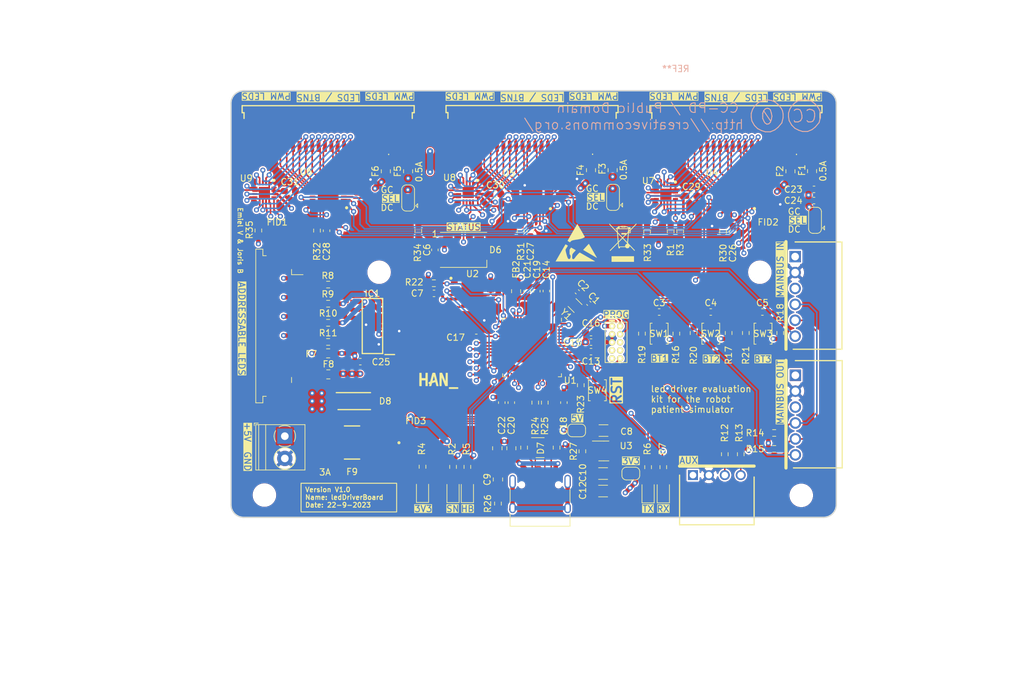
<source format=kicad_pcb>
(kicad_pcb (version 20221018) (generator pcbnew)
  (title_block (title "Led driver board BabySim") (date "23-09-2023") (rev "V1.0") (company "Health Concept Lab") (comment 1 "Author(s): Emiel Visser"))
  (layers (0 "F.Cu" signal) (1 "In1.Cu" power) (2 "In2.Cu" power) (31 "B.Cu" signal) (34 "B.Paste" user) (35 "F.Paste" user) (36 "B.SilkS" user "B.Silkscreen") (37 "F.SilkS" user "F.Silkscreen") (38 "B.Mask" user) (39 "F.Mask" user) (44 "Edge.Cuts" user))
  (net 0 "")
  (net 1 "VBUS")
  (net 2 "GNDD")
  (net 3 "/Power/3.3v")
  (net 4 "/VDDCORE")
  (net 5 "+3V3")
  (net 6 "/Power/SHIELD")
  (net 7 "/PA0_XTAL")
  (net 8 "/PA1_XTAL")
  (net 9 "+5V")
  (net 10 "/VDDANA")
  (net 11 "Net-(D1-A)")
  (net 12 "Net-(D2-A)")
  (net 13 "Net-(D3-A)")
  (net 14 "Net-(D4-A)")
  (net 15 "/D8_NEOPIXEL")
  (net 16 "/LedDriver/LEDSOUT-1")
  (net 17 "/LedDriver/LEDSOUT-2")
  (net 18 "/SCL_SENSOR_D13")
  (net 19 "/SDA_SENSOR_D11")
  (net 20 "/SCL")
  (net 21 "/INT4")
  (net 22 "/SDA")
  (net 23 "/INT5")
  (net 24 "/LED3-0")
  (net 25 "/LED3-1")
  (net 26 "/LED3-2")
  (net 27 "/LED3-3")
  (net 28 "/LED3-4")
  (net 29 "/LED3-5")
  (net 30 "/LED3-6")
  (net 31 "/LED3-7")
  (net 32 "/LED3-8")
  (net 33 "/LED3-9")
  (net 34 "/LED3-10")
  (net 35 "/LED3-11")
  (net 36 "/LED3-12")
  (net 37 "/LED3-13")
  (net 38 "/LED3-14")
  (net 39 "/LED3-15")
  (net 40 "/LED1-0")
  (net 41 "/LED1-1")
  (net 42 "/LED1-2")
  (net 43 "/LED1-3")
  (net 44 "/LED1-4")
  (net 45 "/LED1-5")
  (net 46 "Net-(U3-EN)")
  (net 47 "/PA7_FLASH_CS")
  (net 48 "/~{RESET}")
  (net 49 "/D5_HEALTH")
  (net 50 "/D14_HB")
  (net 51 "/AREF")
  (net 52 "/D4_FLASHMOSI")
  (net 53 "/D3_FLASHSCK")
  (net 54 "/D2_FLASHMISO")
  (net 55 "/USB_D-")
  (net 56 "/USB_D+")
  (net 57 "Net-(U4-IREF)")
  (net 58 "/LED1-6")
  (net 59 "/LED1-7")
  (net 60 "/LED1-8")
  (net 61 "/LED1-9")
  (net 62 "/LED1-10")
  (net 63 "/LED1-11")
  (net 64 "/LED1-12")
  (net 65 "/LED1-13")
  (net 66 "/LED1-14")
  (net 67 "/LED1-15")
  (net 68 "/LED2-0")
  (net 69 "/LED2-1")
  (net 70 "/LED2-2")
  (net 71 "/LED2-3")
  (net 72 "/LED2-4")
  (net 73 "/LED2-5")
  (net 74 "/LED2-6")
  (net 75 "/LED2-7")
  (net 76 "/LED2-8")
  (net 77 "/LED2-9")
  (net 78 "/LED2-10")
  (net 79 "/LED2-11")
  (net 80 "/LED2-12")
  (net 81 "/LED2-13")
  (net 82 "/LED2-14")
  (net 83 "/LED2-15")
  (net 84 "Net-(D5-A)")
  (net 85 "/SCL_IO")
  (net 86 "/SDA_IO")
  (net 88 "/TXLED")
  (net 89 "/RXLED")
  (net 90 "/LEDBLANK")
  (net 91 "/LEDXLAT")
  (net 92 "/LEDSCLK")
  (net 93 "/LEDSIN")
  (net 94 "/LEDGSLCK")
  (net 95 "/USB_TERM_D-")
  (net 96 "/USB_TERM_D+")
  (net 97 "Net-(U5-IREF)")
  (net 98 "Net-(U6-IREF)")
  (net 124 "/BTN1")
  (net 129 "/USBHOSTEN")
  (net 130 "/SWCLK")
  (net 131 "/SWDIO")
  (net 133 "/BTN2")
  (net 135 "/BTN3")
  (net 136 "Net-(D8-A)")
  (net 138 "/LedDriver/LEDMODE1")
  (net 139 "/LedDriver/LEDMODE2")
  (net 140 "/LedDriver/LEDMODE3")
  (net 141 "/ADR_LED1")
  (net 142 "/OUT_LED1")
  (net 143 "/ADR_LED2")
  (net 144 "/OUT_LED2")
  (net 145 "/OUT_LED3")
  (net 146 "/ADR_LED3")
  (net 147 "/OUT_LED4")
  (net 148 "/ADR_LED4")
  (net 149 "Net-(J10-Pin_1)")
  (net 150 "Net-(FB1-Pad1)")
  (net 154 "Net-(F1-Pad2)")
  (net 155 "Net-(F2-Pad2)")
  (net 156 "Net-(F3-Pad2)")
  (net 157 "Net-(F4-Pad2)")
  (net 158 "Net-(F5-Pad2)")
  (net 159 "Net-(F6-Pad2)")
  (net 160 "Net-(U7-~{RESET})")
  (net 161 "Net-(U8-~{RESET})")
  (net 162 "Net-(U9-~{RESET})")
  (net 164 "Net-(J9-CC1)")
  (net 166 "Net-(J9-CC2)")
  (net 168 "Net-(R16-Pad2)")
  (net 169 "Net-(R17-Pad2)")
  (net 170 "Net-(J5-Pin_1)")
  (net 171 "Net-(J5-Pin_13)")
  (net 172 "Net-(J5-Pin_2)")
  (net 173 "Net-(J5-Pin_5)")
  (net 174 "Net-(J5-Pin_8)")
  (net 175 "Net-(J5-Pin_11)")
  (net 176 "Net-(R18-Pad2)")
  (footprint "Resistor_SMD:R_0603_1608Metric_Pad0.98x0.95mm_HandSolder" (layer "F.Cu") (at 139.56125 125.30125 -90)
    (fp_text reference "R4")
    (fp_text value "470")
  )
  (footprint "Capacitor_SMD:C_0603_1608Metric_Pad1.08x0.95mm_HandSolder" (layer "F.Cu") (at 188.25 88.3875 -90)
    (fp_text reference "C26")
    (fp_text value "100nF")
  )
  (footprint "MountingHole:MountingHole_3.2mm_M3_DIN965" (layer "F.Cu") (at 114.75 129.75)
    (fp_text reference "H2" hide)
    (fp_text value "MountingHole")
  )
  (footprint "Capacitor_SMD:C_0603_1608Metric_Pad1.08x0.95mm_HandSolder" (layer "F.Cu") (at 176.7 101)
    (fp_text reference "C3")
    (fp_text value "10uF")
  )
  (footprint "Resistor_SMD:R_0603_1608Metric_Pad0.98x0.95mm_HandSolder" (layer "F.Cu") (at 174.96125 125.37 -90)
    (fp_text reference "R6")
    (fp_text value "470")
  )
  (footprint "Capacitor_SMD:C_0603_1608Metric_Pad1.08x0.95mm_HandSolder" (layer "F.Cu") (at 141.3625 98.07)
    (fp_text reference "C7")
    (fp_text value "100nF")
  )
  (footprint "Resistor_SMD:R_0603_1608Metric_Pad0.98x0.95mm_HandSolder" (layer "F.Cu") (at 154.962 88.31 -90)
    (fp_text reference "R31")
    (fp_text value "2k")
  )
  (footprint "Resistor_SMD:R_0603_1608Metric_Pad0.98x0.95mm_HandSolder" (layer "F.Cu") (at 174 104.4 90)
    (fp_text reference "R19")
    (fp_text value "10k")
  )
  (footprint "Capacitor_SMD:C_0603_1608Metric_Pad1.08x0.95mm_HandSolder" (layer "F.Cu") (at 181.75 82.75)
    (fp_text reference "C29")
    (fp_text value "100nF")
  )
  (footprint "Connector_FFC-FPC:TE_1-84952-6_1x16-1MP_P1.0mm_Horizontal" (layer "F.Cu") (at 118.1 103.2 -90)
    (fp_text reference "J5" hide)
    (fp_text value "Conn_01x16_Pin")
  )
  (footprint "SamacSys_Parts:QFN50P500X500X100-33N-D" (layer "F.Cu") (at 188.75 82.25 180)
    (fp_text reference "U4")
    (fp_text value "TLC59401RHBR" hide)
  )
  (footprint "Capacitor_SMD:C_1206_3216Metric_Pad1.33x1.80mm_HandSolder" (layer "F.Cu") (at 167.9 126.375 180)
    (fp_text reference "C10")
    (fp_text value "10uF")
  )
  (footprint "Connector_USB:USB_C_Receptacle_HRO_TYPE-C-31-M-12" (layer "F.Cu") (at 158.01 130.75)
    (fp_text reference "J9" hide)
    (fp_text value "USB_C_Receptacle_USB2.0")
  )
  (footprint "Capacitor_SMD:C_1206_3216Metric_Pad1.33x1.80mm_HandSolder" (layer "F.Cu") (at 167.9625 119.625)
    (fp_text reference "C8")
    (fp_text value "10uF")
  )
  (footprint "Capacitor_SMD:C_0603_1608Metric_Pad1.08x0.95mm_HandSolder" (layer "F.Cu") (at 153.5 115.2325 -90)
    (fp_text reference "C20")
    (fp_text value "100nF")
  )
  (footprint "SamacSys_Parts:FFC3B1120T" (layer "F.Cu") (at 156.75 71.78 180)
    (fp_text reference "J2" hide)
    (fp_text value "FFC3B11-20-T" hide)
  )
  (footprint "Resistor_SMD:R_0603_1608Metric_Pad0.98x0.95mm_HandSolder" (layer "F.Cu") (at 124.75 105.7 180)
    (fp_text reference "R11")
    (fp_text value "62")
  )
  (footprint "Capacitor_SMD:C_0603_1608Metric_Pad1.08x0.95mm_HandSolder" (layer "F.Cu") (at 156 97.7325 90)
    (fp_text reference "C21")
    (fp_text value "10uF")
  )
  (footprint "Jumper:SolderJumper-2_P1.3mm_Open_RoundedPad1.0x1.5mm" (layer "F.Cu") (at 172.25 126.375)
    (fp_text reference "JP2" hide)
    (fp_text value "Jumper_2_Open")
  )
  (footprint "MountingHole:MountingHole_3.2mm_M3_DIN965" (layer "F.Cu") (at 199 129.8)
    (fp_text reference "H4" hide)
    (fp_text value "MountingHole")
  )
  (footprint "LED_SMD:LED_0805_2012Metric_Pad1.15x1.40mm_HandSolder" (layer "F.Cu") (at 174.96125 129.12 90)
    (fp_text reference "D4" hide)
    (fp_text value "GREEN")
  )
  (footprint "MountingHole:MountingHole_3.2mm_M3_DIN965" (layer "F.Cu") (at 132.75 94.75)
    (fp_text reference "H1" hide)
    (fp_text value "MountingHole")
  )
  (footprint "Resistor_SMD:R_0603_1608Metric_Pad0.98x0.95mm_HandSolder" (layer "F.Cu") (at 146.6 125.32625 -90)
    (fp_text reference "R5")
    (fp_text value "330")
  )
  (footprint "Resistor_SMD:R_0603_1608Metric_Pad0.98x0.95mm_HandSolder" (layer "F.Cu") (at 179.4 104.4 90)
    (fp_text reference "R16")
    (fp_text value "10k")
  )
  (footprint "Resistor_SMD:R_0603_1608Metric_Pad0.98x0.95mm_HandSolder" (layer "F.Cu") (at 158.75 115.2325 90)
    (fp_text reference "R25")
    (fp_text value "27")
  )
  (footprint "Resistor_SMD:R_0603_1608Metric_Pad0.98x0.95mm_HandSolder" (layer "F.Cu") (at 177.35 125.37 -90)
    (fp_text reference "R7")
    (fp_text value "330")
  )
  (footprint "Resistor_SMD:R_0603_1608Metric_Pad0.98x0.95mm_HandSolder" (layer "F.Cu") (at 141.3375 96.4825)
    (fp_text reference "R22")
    (fp_text value "10k")
  )
  (footprint "Fuse:Fuse_0805_2012Metric_Pad1.15x1.40mm_HandSolder" (layer "F.Cu") (at 169.4 78.725 90)
    (fp_text reference "F3")
    (fp_text value "Polyfuse")
  )
  (footprint "Resistor_SMD:R_0603_1608Metric_Pad0.98x0.95mm_HandSolder" (layer "F.Cu") (at 138.9 88.2875 -90)
    (fp_text reference "R34")
    (fp_text value "10k")
  )
  (footprint "Capacitor_SMD:C_0603_1608Metric_Pad1.08x0.95mm_HandSolder" (layer "F.Cu") (at 157.5 97.7325 90)
    (fp_text reference "C19")
    (fp_text value "100nF")
  )
  (footprint "SamacSys_Parts:QFN50P500X500X100-33N-D" (layer "F.Cu") (at 124.75 82.128 180)
    (fp_text reference "U6")
    (fp_text value "TLC59401RHBR" hide)
  )
  (footprint "SamacSys_Parts:QFN50P500X500X100-33N-D" (layer "F.Cu") (at 156.736 82.28 180)
    (fp_text reference "U5")
    (fp_text value "TLC59401RHBR" hide)
  )
  (footprint "LED_SMD:LED_0805_2012Metric_Pad1.15x1.40mm_HandSolder" (layer "F.Cu") (at 139.56125 129.05125 90)
    (fp_text reference "D2" hide)
    (fp_text value "GREEN")
  )
  (footprint "SamacSys_Parts:QFN50P300X300X100-17N-D" (layer "F.Cu") (at 114.75 82.225 -90)
    (fp_text reference "U9")
    (fp_text value "PCA9670BS,118" hide)
  )
  (footprint "Capacitor_SMD:C_0603_1608Metric_Pad1.08x0.95mm_HandSolder" (layer "F.Cu") (at 161.75 115.2325 -90)
    (fp_text reference "C18")
    (fp_text value "100nF")
  )
  (footprint "Crystal:Crystal_SMD_3215-2Pin_3.2x1.5mm" (layer "F.Cu") (at 163.5 99.9825 135)
    (fp_text reference "Y1")
    (fp_text value "32.768mHz")
  )
  (footprint "SamacSys_Parts:DIOM5127X229N" (layer "F.Cu") (at 128.85 115)
    (fp_text reference "D8")
    (fp_text value "D_Schottky" hide)
  )
  (footprint "Capacitor_SMD:C_0603_1608Metric_Pad1.08x0.95mm_HandSolder" (layer "F.Cu") (at 129.8 108.8)
    (fp_text reference "C25")
    (fp_text value "100nF")
  )
  (footprint "SamacSys_Parts:SHDRRA6W70P0X250_1X6_1670X750X510P" (layer "F.Cu") (at 198.0375 92.3 -90)
    (fp_text reference "J6" hide)
    (fp_text value "1778667" hide)
  )
  (footprint "Fuse:Fuse_0805_2012Metric_Pad1.15x1.40mm_HandSolder" (layer "F.Cu") (at 137.3 78.9 90)
    (fp_text reference "F5")
    (fp_text value "Polyfuse")
  )
  (footprint "Button_Switch_SMD:SW_SPST_B3U-1000P" (layer "F.Cu") (at 176.7 104.4 90)
    (fp_text reference "SW1")
    (fp_text value "SW_Push")
  )
  (footprint "LED_SMD:LED_0805_2012Metric_Pad1.15x1.40mm_HandSolder" (layer "F.Cu") (at 144.35 129.07625 90)
    (fp_text reference "D1" hide)
    (fp_text value "BLUE")
  )
  (footprint "Resistor_SMD:R_0603_1608Metric_Pad0.98x0.95mm_HandSolder" (layer "F.Cu") (at 124.75 102.7 180)
    (fp_text reference "R10")
    (fp_text value "62")
  )
  (footprint "SamacSys_Parts:QFN50P300X300X100-17N-D" (layer "F.Cu") (at 146.73 82.23 -90)
    (fp_text reference "U8")
    (fp_text value "PCA9670BS,118" hide)
  )
  (footprint "SamacSys_Parts:QFN50P300X300X100-17N-D" (layer "F.Cu") (at 177.75 82.5 -90)
    (fp_text reference "U7")
    (fp_text value "PCA9670BS,118" hide)
  )
  (footprint "LED_SMD:LED_0805_2012Metric_Pad1.15x1.40mm_HandSolder" (layer "F.Cu") (at 146.6 129.07625 90)
    (fp_text reference "D3" hide)
    (fp_text value "RED")
  )
  (footprint "SamacSys_Parts:0031.7701.11" (layer "F.Cu") (at 128.5 121.5 180)
    (fp_text reference "F9")
    (fp_text value "Fuse" hide)
  )
  (footprint "Fuse:Fuse_0805_2012Metric_Pad1.15x1.40mm_HandSolder" (layer "F.Cu") (at 197.3 78.9 90)
    (fp_text reference "F2")
    (fp_text value "Polyfuse")
  )
  (footprint "Capacitor_SMD:C_1206_3216Metric_Pad1.33x1.80mm_HandSolder" (layer "F.Cu") (at 167.9 129.125 180)
    (fp_text reference "C12")
    (fp_text value "1uF")
  )
  (footprint "Fuse:Fuse_0805_2012Metric_Pad1.15x1.40mm_HandSolder" (layer "F.Cu") (at 124.75 107.5)
    (fp_text reference "F7")
    (fp_text value "Polyfuse")
  )
  (footprint "Capacitor_SMD:C_0603_1608Metric_Pad1.08x0.95mm_HandSolder" (layer "F.Cu") (at 141.5 91.25 90)
    (fp_text reference "C6")
    (fp_text value "1uF")
  )
  (footprint "Jumper:SolderJumper-3_P1.3mm_Open_RoundedPad1.0x1.5mm" (layer "F.Cu") (at 201.1575 86.6 90)
    (fp_text reference "JP3" hide)
    (fp_text value "Jumper_3_Open")
  )
  (footprint "SamacSys_Parts:SOIC127P600X175-14N" (layer "F.Cu") (at 131.7 103.2 180)
    (fp_text reference "IC1")
    (fp_text value "SN74AHCT125DR" hide)
  )
  (footprint "Capacitor_SMD:C_0603_1608Metric_Pad1.08x0.95mm_HandSolder" (layer "F.Cu") (at 184.8 101)
    (fp_text reference "C4")
    (fp_text value "10uF")
  )
  (footprint "Inductor_SMD:L_0805_2012Metric_Pad1.15x1.40mm_HandSolder" (layer "F.Cu") (at 153.5 122.4 90)
    (fp_text reference "FB1" hide)
    (fp_text value "FerriteBead")
  )
  (footprint "Capacitor_SMD:C_0603_1608Metric_Pad1.08x0.95mm_HandSolder" (layer "F.Cu") (at 159 97.7075 90)
    (fp_text reference "C14")
    (fp_text value "1uF")
  )
  (footprint "Resistor_SMD:R_0603_1608Metric_Pad0.98x0.95mm_HandSolder" (layer "F.Cu") (at 182.1 104.3 90)
    (fp_text reference "R20")
    (fp_text value "10k")
  )
  (footprint "Capacitor_SMD:C_0603_1608Metric_Pad1.08x0.95mm_HandSolder" (layer "F.Cu") (at 201 83.5)
    (fp_text reference "C24")
    (fp_text value "4.7uF")
  )
  (footprint "Resistor_SMD:R_0603_1608Metric_Pad0.98x0.95mm_HandSolder" (layer "F.Cu") (at 178.5 88.3375 90)
    (fp_text reference "R1")
    (fp_text value "4.7k")
  )
  (footprint "Button_Switch_SMD:SW_SPST_B3U-1000P" (layer "F.Cu") (at 184.8 104.4 90)
    (fp_text reference "SW2")
    (fp_text value "SW_Push")
  )
  (footprint "Resistor_SMD:R_0603_1608Metric_Pad0.98x0.95mm_HandSolder" (layer "F.Cu") (at 194.75 122.5 180)
    (fp_text reference "R15")
    (fp_text value "4.7k")
  )
  (footprint "Package_TO_SOT_SMD:SOT-23-5" (layer "F.Cu") (at 168.0125 122.825)
    (fp_text reference "U3")
    (fp_text value "AP2112K-3.3")
  )
  (footprint "Resistor_SMD:R_0603_1608Metric_Pad0.98x0.95mm_HandSolder" (layer "F.Cu") (at 113.8 88.2 -90)
    (fp_text reference "R35")
    (fp_text value "10k")
  )
  (footprint "Button_Switch_SMD:SW_SPST_B3U-1000P" (layer "F.Cu") (at 167 113.3 -90)
    (fp_text reference "SW4")
    (fp_text value "SW_Push")
  )
  (footprint "Sparkfun_Connectors:2X5-PTH-1.27MM" (layer "F.Cu") (at 169.935 105.76 -90)
    (fp_text reference "J8" hide)
    (fp_text value "CORTEX_DEBUGPTH" hide)
  )
  (footprint "Capacitor_SMD:C_0603_1608Metric_Pad1.08x0.95mm_HandSolder" (layer "F.Cu") (at 166 105.7325)
    (fp_text reference "C15")
    (fp_text value "100nF")
  )
  (footprint "Resistor_SMD:R_0603_1608Metric_Pad0.98x0.95mm_HandSolder" (layer "F.Cu") (at 123 88.2155 -90)
    (fp_text reference "R32")
    (fp_text value "2k")
  )
  (footprint "Capacitor_SMD:C_0603_1608Metric_Pad1.08x0.95mm_HandSolder" (layer "F.Cu") (at 192.9 101)
    (fp_text reference "C5")
    (fp_text value "10uF")
  )
  (footprint "Resistor_SMD:R_0603_1608Metric_Pad0.98x0.95mm_HandSolder" (layer "F.Cu") (at 157.25 115.2325 90)
    (fp_text reference "R24")
    (fp_text value "27")
  )
  (footprint "Package_TO_SOT_SMD:SOT-143" (layer "F.Cu") (at 158.01 122.3)
    (fp_text reference "D7")
    (fp_text value "PRTR5V0U2X")
  )
  (footprint "Resistor_SMD:R_0603_1608Metric_Pad0.98x0.95mm_HandSolder" (layer "F.Cu") (at 187.6 104.3 90)
    (fp_text reference "R17")
    (fp_text value "10k")
  )
  (footprint "SamacSys_Parts:FFC3B1120T" (layer "F.Cu") (at 124.75 71.8 180)
    (fp_text reference "J3" hide)
    (fp_text value "FFC3B11-20-T" hide)
  )
  (footprint "Capacitor_SMD:C_0603_1608Metric_Pad1.08x0.95mm_HandSolder" (layer "F.Cu") (at 156.486 88.31 -90)
    (fp_text reference "C27")
    (fp_text value "100nF")
  )
  (footprint "Fuse:Fuse_0805_2012Metric_Pad1.15x1.40mm_HandSolder" (layer "F.Cu") (at 124.775 110.8)
    (fp_text reference "F8")
    (fp_text value "Polyfuse")
  )
  (footprint "Resistor_SMD:R_0603_1608Metric_Pad0.98x0.95mm_HandSolder" (layer "F.Cu") (at 164.4 112.5 -90)
    (fp_text reference "R23")
    (fp_text value "10k")
  )
  (footprint "Fuse:Fuse_0805_2012Metric_Pad1.15x1.40mm_HandSolder" (layer "F.Cu") (at 166 78.725 90)
    (fp_text reference "F4")
    (fp_text value "Polyfuse")
  )
  (footprint "Package_DFN_QFN:QFN-64-1EP_9x9mm_P0.5mm_EP4.7x4.7mm" (layer "F.Cu") (at 156.75 106.57 -90)
    (fp_text reference "U1")
    (fp_text value "ATSAMD21J18A-M")
  )
  (footprint "Resistor_SMD:R_0603_1608Metric_Pad0.98x0.95mm_HandSolder" (layer "F.Cu") (at 187 123.3375 -90)
    (fp_text reference "R12")
    (fp_text value "4.7k")
  )
  (footprint "Resistor_SMD:R_0603_1608Metric_Pad0.98x0.95mm_HandSolder" (layer "F.Cu") (at 194.75 120)
    (fp_text reference "R14")
    (fp_text value "4.7k")
  )
  (footprint "Capacitor_SMD:C_0603_1608Metric_Pad1.08x0.95mm_HandSolder" (layer "F.Cu") (at 148 104.9825 180)
    (fp_text reference "C17")
    (fp_text value "100nF")
  )
  (footprint "Resistor_SMD:R_0603_1608Metric_Pad0.98x0.95mm_HandSolder" (layer "F.Cu") (at 160.6 122.3 90)
    (fp_text reference "R28" hide)
    (fp_text value "5.1k 1%")
  )
  (footprint "SamacSys_Parts:FFC3B1120T" (layer "F.Cu") (at 188.75 71.8 180)
    (fp_text reference "J1" hide)
    (fp_text value "FFC3B11-20-T" hide)
  )
  (footprint "Capacitor_SMD:C_0402_1005Metric_Pad0.74x0.62mm_HandSolder" (layer "F.Cu") (at 163.848717 97.831217 135)
    (fp_text reference "C2")
    (fp_text value "2pF")
  )
  (footprint "Jumper:SolderJumper-2_P1.3mm_Open_RoundedPad1.0x1.5mm" (layer "F.Cu") (at 163.75 119.6 180)
    (fp_text reference "JP1" hide)
    (fp_text value "Jumper_2_Open")
  )
  (footprint "Fiducial:Fiducial_1mm_Mask2mm" (layer "F.Cu") (at 116.75 88.9)
    (fp_text reference "FID1")
    (fp_text value "Fiducial")
  )
  (footprint "Resistor_SMD:R_0603_1608Metric_Pad0.98x0.95mm_HandSolder" (layer "F.Cu") (at 144.35 125.32625 -90)
    (fp_text reference "R2")
    (fp_text value "330")
  )
  (footprint "Button_Switch_SMD:SW_SPST_B3U-1000P" (layer "F.Cu") (at 193 104.4 90)
    (fp_text reference "SW3")
    (fp_text value "SW_Push")
  )
  (footprint "TerminalBlock_Phoenix:TerminalBlock_Phoenix_PT-1,5-2-3.5-H_1x02_P3.50mm_Horizontal" (layer "F.Cu") (at 117.95 120.5 -90)
    (fp_text reference "J10" hide)
    (fp_text value "Conn_01x02_Socket")
  )
  (footprint "Capacitor_SMD:C_0805_2012Metric_Pad1.18x1.45mm_HandSolder" (layer "F.Cu") (at 151.3 122.4 -90)
    (fp_text reference "C11" hide)
    (fp_text value "100uF")
  )
  (footprint "Capacitor_SMD:C_0603_1608Metric_Pad1.08x0.95mm_HandSolder" (layer "F.Cu") (at 151 82.5)
    (fp_text reference "C30")
    (fp_text value "100nF")
  )
  (footprint "LED_SMD:LED_0805_2012Metric_Pad1.15x1.40mm_HandSolder" (layer "F.Cu") (at 177.35 129.12 90)
    (fp_text reference "D5" hide)
    (fp_text value "ORANGE")
  )
  (footprint "Fuse:Fuse_0805_2012Metric_Pad1.15x1.40mm_HandSolder" (layer "F.Cu") (at 200.7 78.875 90)
    (fp_text reference "F1")
    (fp_text value "Polyfuse")
  )
  (footprint "Capacitor_SMD:C_0603_1608Metric_Pad1.08x0.95mm_HandSolder" (layer "F.Cu") (at 166 107.2325 180)
    (fp_text reference "C13")
    (fp_text value "10uF")
  )
  (footprint "User:HAN_logo" (layer "F.Cu") (at 142.1 111.8)
    (fp_text reference "G***")
    (fp_text value "LOGO" hide)
  )
  (footprint "Resistor_SMD:R_0603_1608Metric_Pad0.98x0.95mm_HandSolder" (layer "F.Cu") (at 124.75 96.7 180)
    (fp_text reference "R8")
    (fp_text value "62")
  )
  (footprint "Capacitor_SMD:C_0603_1608Metric_Pad1.08x0.95mm_HandSolder" (layer "F.Cu") (at 152 115.2325 -90)
    (fp_text reference "C22")
    (fp_text value "10uF")
  )
  (footprint "Inductor_SMD:L_0805_2012Metric_Pad1.15x1.40mm_HandSolder" (layer "F.Cu") (at 154.25 97.7325 -90)
    (fp_text reference "FB2")
    (fp_text value "FerriteBead")
  )
  (footprint "Capacitor_SMD:C_0603_1608Metric_Pad1.08x0.95mm_HandSolder" (layer "F.Cu") (at 166 104.2325)
    (fp_text reference "C16")
    (fp_text value "10uF")
  )
  (footprint "Resistor_SMD:R_0603_1608Metric_Pad0.98x0.95mm_HandSolder" (layer "F.Cu") (at 180 88.3375 -90)
    (fp_text reference "R3")
    (fp_text value "4.7k")
  )
  (footprint "Resistor_SMD:R_0603_1608Metric_Pad0.98x0.95mm_HandSolder" (layer "F.Cu") (at 186.726 88.3875 -90)
    (fp_text reference "R30")
    (fp_text value "2k")
  )
  (footprint "Resistor_SMD:R_0603_1608Metric_Pad0.98x0.95mm_HandSolder" (layer "F.Cu") (at 164.65 122.875 -90)
    (fp_text reference "R27")
    (fp_text value "100k")
  )
  (footprint "MountingHole:MountingHole_3.2mm_M3_DIN965" (layer "F.Cu") (at 192.5 94.75)
    (fp_text reference "H3" hide)
    (fp_text value "MountingHole")
  )
  (footprint "Fuse:Fuse_0805_2012Metric_Pad1.15x1.40mm_HandSolder" (layer "F.Cu") (at 133.8 78.9 90)
    (fp_text reference "F6")
    (fp_text value "Polyfuse")
  )
  (footprint "Capacitor_SMD:C_0805_2012Metric_Pad1.18x1.45mm_HandSolder" (layer "F.Cu") (at 151.4 127.3 90)
    (fp_text reference "C9")
    (fp_text value "4.7nF 1kV")
  )
  (footprint "SamacSys_Parts:SON127P600X500X75-9N-D" (layer "F.Cu") (at 147.4 98.3275)
    (fp_text reference "U2")
    (fp_text value "IS25LP032D-JLLE" hide)
  )
  (footprint "LED_SMD:LED_WS2812B_PLCC4_5.0x5.0mm_P3.2mm" (layer "F.Cu") (at 146 91.25)
    (fp_text reference "D6")
    (fp_text value "WS2812B")
  )
  (footprint "SamacSys_Parts:SHDRRA6W70P0X250_1X6_1670X750X510P" (layer "F.Cu") (at 198.075 110.9375 -90)
    (fp_text reference "J7" hide)
    (fp_text value "1778667" hide)
  )
  (footprint "Fiducial:Fiducial_1mm_Mask2mm" (layer "F.Cu") (at 193.8 88.9)
    (fp_text reference "FID2")
    (fp_text value "Fiducial")
  )
  (footprint "Resistor_SMD:R_0603_1608Metric_Pad0.98x0.95mm_HandSolder" (layer "F.Cu") (at 190.3 104.3 90)
    (fp_text reference "R21")
    (fp_text value "10k")
  )
  (footprint "Resistor_SMD:R_0603_1608Metric_Pad0.98x0.95mm_HandSolder" (layer "F.Cu") (at 155.5 122.3 90)
    (fp_text reference "R29" hide)
    (fp_text value "5.1k 1%")
  )
  (footprint "Resistor_SMD:R_0603_1608Metric_Pad0.98x0.95mm_HandSolder" (layer "F.Cu") (at 124.75 99.7 180)
    (fp_text reference "R9")
    (fp_text value "62")
  )
  (footprint "Symbol:ESD-Logo_6.6x6mm_SilkScreen" (layer "F.Cu") (at 163.7 90.1)
    (fp_text reference "REF**" hide)
    (fp_text value "ESD-Logo_6.6x6mm_SilkScreen" hide)
  )
  (footprint "Jumper:SolderJumper-3_P1.3mm_Open_RoundedPad1.0x1.5mm" (layer "F.Cu") (at 169.4575 83 90)
    (fp_text reference "JP5" hide)
    (fp_text value "Jumper_3_Open")
  )
  (footprint "Resistor_SMD:R_0603_1608Metric_Pad0.98x0.95mm_HandSolder" (layer "F.Cu") (at 195.7 104.3 90)
    (fp_text reference "R18")
    (fp_text value "10k")
  )
  (footprint "Capacitor_SMD:C_0603_1608Metric_Pad1.08x0.95mm_HandSolder" (layer "F.Cu") (at 124.5 88.2405 -90)
    (fp_text reference "C28")
    (fp_text value "100nF")
  )
  (footprint "Capacitor_SMD:C_0402_1005Metric_Pad0.74x0.62mm_HandSolder" (layer "F.Cu") (at 165.651283 99.633783 -45)
    (fp_text reference "C1")
    (fp_text value "2pF")
  )
  (footprint "Fiducial:Fiducial_1mm_Mask2mm" (layer "F.Cu") (at 138.5 120.1)
    (fp_text reference "FID3")
    (fp_text value "Fiducial")
  )
  (footprint "Symbol:WEEE-Logo_4.2x6mm_SilkScreen" (layer "F.Cu") (at 171 90.1)
    (fp_text reference "REF**" hide)
    (fp_text value "WEEE-Logo_4.2x6mm_SilkScreen" hide)
  )
  (footprint "Capacitor_SMD:C_0603_1608Metric_Pad1.08x0.95mm_HandSolder" (layer "F.Cu") (at 201 81.74)
    (fp_text reference "C23")
    (fp_text value "100nF")
  )
  (footprint "SamacSys_Parts:SHDRRA4W60P0X250_1X4_1170X750X510P" (layer "F.Cu") (at 182 126.619 180)
    (fp_text reference "J4" hide)
    (fp_text value "1778641" hide)
  )
  (footprint "Jumper:SolderJumper-3_P1.3mm_Open_RoundedPad1.0x1.5mm" (layer "F.Cu") (at 137.3 83.1 90)
    (fp_text reference "JP4" hide)
    (fp_text value "Jumper_3_Open")
  )
  (footprint "Resistor_SMD:R_0603_1608Metric_Pad0.98x0.95mm_HandSolder" (layer "F.Cu") (at 189.5 123.3375 90)
    (fp_text reference "R13")
    (fp_text value "4.7k")
  )
  (footprint "Resistor_SMD:R_0603_1608Metric_Pad0.98x0.95mm_HandSolder" (layer "F.Cu") (at 151.4 131.0875 -90)
    (fp_text reference "R26")
    (fp_text value "1m")
  )
  (footprint "Resistor_SMD:R_0603_1608Metric_Pad0.98x0.95mm_HandSolder" (layer "F.Cu") (at 174.8 88.3875 -90)
    (fp_text reference "R33")
    (fp_text value "10k")
  )
  (footprint "Capacitor_SMD:C_0603_1608Metric_Pad1.08x0.95mm_HandSolder" (layer "F.Cu") (at 118.75 82)
    (fp_text reference "C31")
    (fp_text value "100nF")
  )
  (footprint "Symbol:Symbol_CreativeCommonsPublicDomain_SilkScreenTop_Small" (layer "B.Cu") (at 179.9 70.1 180)
    (fp_text reference "REF**")
    (fp_text value "Symbol_CreativeCommonsPublicDomain_SilkScreenTop_Small")
  )
  (gr_line (start 179.9 125.2) (end 191.6 125.2) (stroke (width 0.5)) (layer "F.SilkS"))
  (gr_line (start 196.6 89.95) (end 196.6 106.85) (stroke (width 0.5)) (layer "F.SilkS"))
  (gr_line (start 196.6 108.6) (end 196.6 125.5) (stroke (width 0.5)) (layer "F.SilkS"))
  (gr_line (start 111.5 66.25) (end 202.5 66.25) (stroke (width 0.2)) (layer "Edge.Cuts"))
  (gr_arc (start 202.5 66.25) (mid 203.914214 66.835786) (end 204.5 68.25) (stroke (width 0.2)) (layer "Edge.Cuts"))
  (gr_line (start 204.5 68.25) (end 204.5 131.25) (stroke (width 0.2)) (layer "Edge.Cuts"))
  (gr_line (start 202.5 133.25) (end 111.5 133.25) (stroke (width 0.2)) (layer "Edge.Cuts"))
  (gr_arc (start 111.5 133.25) (mid 110.085786 132.664214) (end 109.5 131.25) (stroke (width 0.2)) (layer "Edge.Cuts"))
  (gr_arc (start 204.5 131.25) (mid 203.914214 132.664214) (end 202.5 133.25) (stroke (width 0.2)) (layer "Edge.Cuts"))
  (gr_arc (start 109.5 68.25) (mid 110.085786 66.835786) (end 111.5 66.25) (stroke (width 0.2)) (layer "Edge.Cuts"))
  (gr_line (start 109.5 131.25) (end 109.5 68.25) (stroke (width 0.2)) (layer "Edge.Cuts"))
  (gr_text "GC" (at 165.1 82.2) (layer "F.SilkS") (effects (font (size 1 1)) (justify left bottom)))
  (gr_text "DC" (at 196.8 88.6) (layer "F.SilkS") (effects (font (size 1 1)) (justify left bottom)))
  (gr_text "5V" (at 162.8 118.3) (layer "F.SilkS" knockout) (effects (font (size 1 1)) (justify left bottom)))
  (gr_text "TX" (at 174 132.5) (layer "F.SilkS" knockout) (effects (font (size 1 1)) (justify left bottom)))
  (gr_text "PWM LEDS" (at 202.4 66.6 180) (layer "F.SilkS" knockout) (effects (font (size 1 1)) (justify left bottom)))
  (gr_text "SEL" (at 197 87.2) (layer "F.SilkS" knockout) (effects (font (size 1 1)) (justify left bottom)))
  (gr_text "PROG" (at 167.8 102) (layer "F.SilkS" knockout) (effects (font (size 1 1)) (justify left bottom)))
  (gr_text "BT2" (at 183.4 109) (layer "F.SilkS" knockout) (effects (font (size 1 1)) (justify left bottom)))
  (gr_text "+5V  GND" (at 111.5 118.25 270) (layer "F.SilkS" knockout) (effects (font (size 1 1)) (justify left bottom)))
  (gr_text "GC" (at 132.9 82.4) (layer "F.SilkS") (effects (font (size 1 1)) (justify left bottom)))
  (gr_text "BT1" (at 175.3 108.9) (layer "F.SilkS" knockout) (effects (font (size 1 1)) (justify left bottom)))
  (gr_text "MAINBUS IN" (at 196.3 98.8 90) (layer "F.SilkS" knockout) (effects (font (size 1 1)) (justify left bottom)))
  (gr_text "3V3" (at 170.8 125) (layer "F.SilkS" knockout) (effects (font (size 1 1)) (justify left bottom)))
  (gr_text "LEDS / BTNS" (at 129.9 66.7 180) (layer "F.SilkS" knockout) (effects (font (size 1 1)) (justify left bottom)))
  (gr_text "SEL" (at 165.3 83.6) (layer "F.SilkS" knockout) (effects (font (size 1 1)) (justify left bottom)))
  (gr_text "PWM LEDS" (at 119 66.5 180) (layer "F.SilkS" knockout) (effects (font (size 1 1)) (justify left bottom)))
  (gr_text "0.5A" (at 171.7 80.4 90) (layer "F.SilkS") (effects (font (size 1 1)) (justify left bottom)))
  (gr_text "PWM LEDS" (at 170.4 66.5 180) (layer "F.SilkS" knockout) (effects (font (size 1 1)) (justify left bottom)))
  (gr_text "GC" (at 196.8 85.8) (layer "F.SilkS") (effects (font (size 1 1)) (justify left bottom)))
  (gr_text "SEL" (at 133.1 83.8) (layer "F.SilkS" knockout) (effects (font (size 1 1)) (justify left bottom)))
  (gr_text "SN" (at 143.2 132.5) (layer "F.SilkS" knockout) (effects (font (size 1 1)) (justify left bottom)))
  (gr_text "0.5A" (at 139.6 80.7 90) (layer "F.SilkS") (effects (font (size 1 1)) (justify left bottom)))
  (gr_text "led driver evaluation \nkit for the robot \npatient simulator" (at 175.3 116.9) (layer "F.SilkS") (effects (font (size 1 1)) (justify left bottom)))
  (gr_text "LEDS / BTNS" (at 161.9 66.7 180) (layer "F.SilkS" knockout) (effects (font (size 1 1)) (justify left bottom)))
  (gr_text "BT3" (at 191.5 109) (layer "F.SilkS" knockout) (effects (font (size 1 1)) (justify left bottom)))
  (gr_text "LEDS / BTNS" (at 193.9 66.7 180) (layer "F.SilkS" knockout) (effects (font (size 1 1)) (justify left bottom)))
  (gr_text "PWM LEDS" (at 183 66.5 180) (layer "F.SilkS" knockout) (effects (font (size 1 1)) (justify left bottom)))
  (gr_text "AUX" (at 179.8 124.9) (layer "F.SilkS" knockout) (effects (font (size 1 1)) (justify left bottom)))
  (gr_text "ADDRESSABLE LEDS" (at 110.6 96.2 -90) (layer "F.SilkS" knockout) (effects (font (size 1 1)) (justify left bottom)))
  (gr_text "HB" (at 145.5 132.5) (layer "F.SilkS" knockout) (effects (font (size 1 1)) (justify left bottom)))
  (gr_text "Emiel V & Joris B" (at 110.5 84.5 -90) (layer "F.SilkS") (effects (font (size 0.75 0.75)) (justify left bottom)))
  (gr_text "MAINBUS OUT" (at 196.3 118.8 90) (layer "F.SilkS" knockout) (effects (font (size 1 1)) (justify left bottom)))
  (gr_text "PWM LEDS" (at 138.4 66.5 180) (layer "F.SilkS" knockout) (effects (font (size 1 1)) (justify left bottom)))
  (gr_text "PWM LEDS" (at 151 66.5 180) (layer "F.SilkS" knockout) (effects (font (size 1 1)) (justify left bottom)))
  (gr_text "DC" (at 165.1 85) (layer "F.SilkS") (effects (font (size 1 1)) (justify left bottom)))
  (gr_text "DC" (at 132.9 85.2) (layer "F.SilkS") (effects (font (size 1 1)) (justify left bottom)))
  (gr_text "3A" (at 123.25 126.75) (layer "F.SilkS") (effects (font (size 1 1)) (justify left bottom)))
  (gr_text "RST" (at 170.9 115.6 90) (layer "F.SilkS" knockout) (effects (font (size 1.5 1.5) (thickness 0.3) bold) (justify left bottom)))
  (gr_text "0.5A" (at 203 80.6 90) (layer "F.SilkS") (effects (font (size 1 1)) (justify left bottom)))
  (gr_text "3V3" (at 138.2 132.5) (layer "F.SilkS" knockout) (effects (font (size 1 1)) (justify left bottom)))
  (gr_text "STATUS" (at 143.25 88.25) (layer "F.SilkS" knockout) (effects (font (size 1 1)) (justify left bottom)))
  (gr_text "RX" (at 176.23875 132.5) (layer "F.SilkS" knockout) (effects (font (size 1 1)) (justify left bottom)))
  (gr_text_box "Version V1.0\nName: ledDriverBoard\nDate: 22-9-2023" (start 120.5 127.9) (end 135.5 132.4) (layer "F.SilkS") (effects (font (size 0.75 0.75) (thickness 0.15) bold) (justify left top)) (stroke (width 0.15)))
  (segment (start 164.4 119.6) (end 166.3125 119.6) (width 0.7) (layer "F.Cu") (net 1))
  (segment (start 161.975 121.725) (end 162.2125 121.9625) (width 0.7) (layer "F.Cu") (net 1))
  (segment (start 159.01 121.35) (end 159.01 121.91) (width 0.4) (layer "F.Cu") (net 1))
  (segment (start 159.01 121.91) (end 159.4 122.3) (width 0.4) (layer "F.Cu") (net 1))
  (segment (start 161.4 122.3) (end 161.975 121.725) (width 0.4) (layer "F.Cu") (net 1))
  (segment (start 166.875 121.875) (end 164.7375 121.875) (width 0.7) (layer "F.Cu") (net 1))
  (segment (start 164.7375 121.875) (end 164.65 121.9625) (width 0.7) (layer "F.Cu") (net 1))
  (segment (start 151.3 121.3625) (end 153.4875 121.3625) (width 0.7) (layer "F.Cu") (net 1))
  (segment (start 166.3125 119.6) (end 166.875 120.1625) (width 0.7) (layer "F.Cu") (net 1))
  (segment (start 162.2125 121.9625) (end 164.65 121.9625) (width 0.7) (layer "F.Cu") (net 1))
  (segment (start 153.4875 121.3625) (end 153.5 121.375) (width 0.7) (layer "F.Cu") (net 1))
  (segment (start 166.875 120.1625) (end 166.875 121.875) (width 0.7) (layer "F.Cu") (net 1))
  (segment (start 159.4 122.3) (end 161.4 122.3) (width 0.4) (layer "F.Cu") (net 1))
  (via (at 152.4 121.3) (size 0.8) (drill 0.4) (layers "F.Cu" "B.Cu") (net 1))
  (via (at 161.975 121.725) (size 0.8) (drill 0.4) (layers "F.Cu" "B.Cu") (net 1))
  (segment (start 153 111.5) (end 152 112.5) (width 0.25) (layer "F.Cu") (net 2))
  (segment (start 177.5 82.25) (end 177.75 82.5) (width 0.25) (layer "F.Cu") (net 2))
  (segment (start 169.2725 105.7325) (end 169.3 105.76) (width 0.7) (layer "F.Cu") (net 2))
  (segment (start 177.75 82.5) (end 178.5 82.5) (width 0.25) (layer "F.Cu") (net 2))
  (segment (start 151.605 84.375) (end 151.98 84) (width 0.25) (layer "F.Cu") (net 2))
  (segment (start 164.75875 98.74125) (end 163.75 99.75) (width 0.4) (layer "F.Cu") (net 2))
  (segment (start 161.26 126.705) (end 161.26 126.14) (width 0.7) (layer "F.Cu") (net 2))
  (segment (start 176.25 82.25) (end 176.245502 82.245502) (width 0.25) (layer "F.Cu") (net 2))
  (segment (start 146.48 81.98) (end 146.73 82.23) (width 0.25) (layer "F.Cu") (net 2))
  (segment (start 169.3 105.76) (end 169.3 104.49) (width 0.7) (layer "F.Cu") (net 2))
  (segment (start 178 82.25) (end 177.75 82.5) (width 0.25) (layer "F.Cu") (net 2))
  (segment (start 115.5 80.725) (end 115.5 81.475) (width 0.25) (layer "F.Cu") (net 2))
  (segment (start 115.5 80.725) (end 116.675 80.725) (width 0.25) (layer "F.Cu") (net 2))
  (segment (start 176.25 82.25) (end 177.5 82.25) (width 0.25) (layer "F.Cu") (net 2))
  (segment (start 148.23 81.48) (end 147.48 81.48) (width 0.25) (layer "F.Cu") (net 2))
  (segment (start 160.6 120.7) (end 159.7 119.8) (width 0.7) (layer "F.Cu") (net 2))
  (segment (start 189.5 84.7) (end 189.5 86) (width 0.25) (layer "F.Cu") (net 2))
  (segment (start 150.75 99.5) (end 151.5 100.25) (width 0.25) (layer "F.Cu") (net 2))
  (segment (start 189.625 83.125) (end 188.75 82.25) (width 0.25) (layer "F.Cu") (net 2))
  (segment (start 149.98 84.25) (end 150.105 84.375) (width 0.25) (layer "F.Cu") (net 2))
  (segment (start 114.5 81.975) (end 114.75 82.225) (width 0.25) (layer "F.Cu") (net 2))
  (segment (start 147.4 98.3275) (end 148.0775 98.3275) (width 0.25) (layer "F.Cu") (net 2))
  (segment (start 147.48 80.73) (end 147.48 81.48) (width 0.25) (layer "F.Cu") (net 2))
  (segment (start 178.5 81) (end 178.5 81.75) (width 0.25) (layer "F.Cu") (net 2))
  (segment (start 145.23 81.98) (end 146.48 81.98) (width 0.25) (layer "F.Cu") (net 2))
  (segment (start 179.25 81.75) (end 179.25 82.25) (width 0.25) (layer "F.Cu") (net 2))
  (segment (start 160 110.9825) (end 160 114.07) (width 0.25) (layer "F.Cu") (net 2))
  (segment (start 149.25 99.5) (end 150.75 99.5) (width 0.25) (layer "F.Cu") (net 2))
  (segment (start 151.8625 82.5) (end 151.8625 82.1125) (width 0.7) (layer "F.Cu") (net 2))
  (segment (start 113.25 81.975) (end 114.5 81.975) (width 0.25) (layer "F.Cu") (net 2))
  (segment (start 160 110.9825) (end 160 108.32) (width 0.25) (layer "F.Cu") (net 2))
  (segment (start 147.48 81.48) (end 146.73 82.23) (width 0.25) (layer "F.Cu") (net 2))
  (segment (start 125.5 82.878) (end 124.75 82.128) (width 0.25) (layer "F.Cu") (net 2))
  (segment (start 157.486 84.73) (end 157.486 83.03) (width 0.25) (layer "F.Cu") (net 2))
  (segment (start 115.5 81.475) (end 114.75 82.225) (width 0.25) (layer "F.Cu") (net 2))
  (segment (start 154.76 126.705) (end 154.76 126.36) (width 0.7) (layer "F.Cu") (net 2))
  (segment (start 143.105 81.875) (end 142.98 82) (width 0.25) (layer "F.Cu") (net 2))
  (segment (start 179.25 81.75) (end 178.5 81.75) (width 0.25) (layer "F.Cu") (net 2))
  (segment (start 151.8625 82.1125) (end 150.75 81) (width 0.7) (layer "F.Cu") (net 2))
  (segment (start 157.486 84.73) (end 157.486 85.494) (width 0.25) (layer "F.Cu") (net 2))
  (segment (start 164.25 98.2325) (end 164.75875 98.74125) (width 0.4) (layer "F.Cu") (net 2))
  (segment (start 145.495 100.2325) (end 147.4 98.3275) (width 0.25) (layer "F.Cu") (net 2))
  (segment (start 144.55 100.2325) (end 145.495 100.2325) (width 0.25) (layer "F.Cu") (net 2))
  (segment (start 111.375 81.85) (end 111.25 81.975) (width 0.25) (layer "F.Cu") (net 2))
  (segment (start 150.105 84.375) (end 151.605 84.375) (width 0.25) (layer "F.Cu") (net 2))
  (segment (start 148.0775 98.3275) (end 149.25 99.5) (width 0.25) (layer "F.Cu") (net 2))
  (segment (start 152.3375 105.32) (end 153.5 105.32) (width 0.25) (layer "F.Cu") (net 2))
  (segment (start 161.26 126.14) (end 162.2 125.2) (width 0.7) (layer "F.Cu") (net 2))
  (segment (start 161.1625 107.82) (end 162.68 107.82) (width 0.25) (layer "F.Cu") (net 2))
  (segment (start 157.486 83.03) (end 156.736 82.28) (width 0.25) (layer "F.Cu") (net 2))
  (segment (start 189.5 84.7) (end 189.625 84.575) (width 0.25) (layer "F.Cu") (net 2))
  (segment (start 166.8625 105.7325) (end 169.2725 105.7325) (width 0.7) (layer "F.Cu") (net 2))
  (segment (start 176.245502 82.245502) (end 174.254498 82.245502) (width 0.25) (layer "F.Cu") (net 2))
  (segment (start 111.75 81.85) (end 111.375 81.85) (width 0.25) (layer "F.Cu") (net 2))
  (segment (start 154.76 126.36) (end 153.9 125.5) (width 0.7) (layer "F.Cu") (net 2))
  (segment (start 153 110.32) (end 153.5 109.82) (width 0.25) (layer "F.Cu") (net 2))
  (segment (start 113.25 81.975) (end 113.125 81.85) (width 0.25) (layer "F.Cu") (net 2))
  (segment (start 189.625 84.575) (end 189.625 83.125) (width 0.25) (layer "F.Cu") (net 2))
  (segment (start 160 108.32) (end 160.5 107.82) (width 0.25) (layer "F.Cu") (net 2))
  (segment (start 164.75875 98.74125) (end 165.25 99.2325) (width 0.4) (layer "F.Cu") (net 2))
  (segment (start 113.125 81.85) (end 111.75 81.85) (width 0.25) (layer "F.Cu") (net 2))
  (segment (start 119.6125 81.7125) (end 118.8 80.9) (width 0.7) (layer "F.Cu") (net 2))
  (segment (start 153 110.9825) (end 153 110.32) (width 0.25) (layer "F.Cu") (net 2))
  (segment (start 119.6125 82) (end 119.6125 81.7125) (width 0.7) (layer "F.Cu") (net 2))
  (segment (start 157.5 102.1575) (end 157.5 103.32) (width 0.25) (layer "F.Cu") (net 2))
  (segment (start 179.25 82.25) (end 178 82.25) (width 0.25) (layer "F.Cu") (net 2))
  (segment (start 166.8625 105.7325) (end 166.8625 107.2325) (width 0.7) (layer "F.Cu") (net 2))
  (segment (start 157.5 102.1575) (end 157.5 100.82) (width 0.25) (layer "F.Cu") (net 2))
  (segment (start 145.23 81.98) (end 145.125 81.875) (width 0.25) (layer "F.Cu") (net 2))
  (segment (start 145.125 81.875) (end 143.105 81.875) (width 0.25) (layer "F.Cu") (net 2))
  (segment (start 160.5 107.82) (end 161.1625 107.82) (width 0.25) (layer "F.Cu") (net 2))
  (segment (start 166.8625 104.2325) (end 166.8625 105.7325) (width 0.7) (layer "F.Cu") (net 2))
  (segment (start 178.5 81.75) (end 177.75 82.5) (width 0.25) (layer "F.Cu") (net 2))
  (segment (start 125.5 84.578) (end 125.5 85.475) (width 0.25) (layer "F.Cu") (net 2))
  (segment (start 125.5 84.578) (end 125.5 82.878) (width 0.25) (layer "F.Cu") (net 2))
  (segment (start 160.6 121.3875) (end 160.6 120.7) (width 0.7) (layer "F.Cu") (net 2))
  (segment (start 153 110.9825) (end 153 111.5) (width 0.25) (layer "F.Cu") (net 2))
  (via (at 185 87.5) (size 0.8) (drill 0.4) (layers "F.Cu" "B.Cu") (net 2))
  (via (at 149.25 102.32) (size 0.8) (drill 0.4) (layers "F.Cu" "B.Cu") (net 2))
  (via (at 130.7 103) (size 0.8) (drill 0.4) (layers "F.Cu" "B.Cu") (net 2))
  (via (at 158.98 88.25) (size 0.8) (drill 0.4) (layers "F.Cu" "B.Cu") (net 2))
  (via (at 162.8 110.9) (size 0.8) (drill 0.4) (layers "F.Cu" "B.Cu") (net 2))
  (via (at 152.98 86.75) (size 0.8) (drill 0.4) (layers "F.Cu" "B.Cu") (net 2))
  (via (at 135.9 104) (size 0.8) (drill 0.4) (layers "F.Cu" "B.Cu") (net 2))
  (via (at 132.7 106.08) (size 0.8) (drill 0.4) (layers "F.Cu" "B.Cu") (net 2))
  (via (at 131.4 80.2) (size 0.8) (drill 0.4) (layers "F.Cu" "B.Cu") (net 2))
  (via (at 163.8 80.1) (size 0.8) (drill 0.4) (layers "F.Cu" "B.Cu") (net 2))
  (via (at 155.6 81.1) (size 0.8) (drill 0.4) (layers "F.Cu" "B.Cu") (net 2))
  (via (at 195.7 84.1) (size 0.8) (drill 0.4) (layers "F.Cu" "B.Cu") (net 2))
  (segment (start 180 85.25) (end 181.5 85.25) (width 0.25) (layer "B.Cu") (net 2))
  (segment (start 181.5 85.25) (end 182.5 84.25) (width 0.25) (layer "B.Cu") (net 2))
  (segment (start 179.75 85.5) (end 180 85.25) (width 0.25) (layer "B.Cu") (net 2))
  (segment (start 171.75 124.475) (end 171.75 126.375) (width 0.7) (layer "F.Cu") (net 3))
  (segment (start 169.4625 129.125) (end 169.4625 126.375) (width 0.7) (layer "F.Cu") (net 3))
  (segment (start 169.4625 126.375) (end 171.75 126.375) (width 0.7) (layer "F.Cu") (net 3))
  (segment (start 169.15 121.875) (end 171.75 124.475) (width 0.7) (layer "F.Cu") (net 3))
  (segment (start 165.05 107.32) (end 161.1625 107.32) (width 0.25) (layer "F.Cu") (net 4))
  (segment (start 165.1375 107.2325) (end 165.05 107.32) (width 0.25) (layer "F.Cu") (net 4))
  (segment (start 127.1 110.7) (end 125.9 110.7) (width 1) (layer "F.Cu") (net 5))
  (segment (start 154.25 96.32) (end 155 95.57) (width 0.7) (layer "F.Cu") (net 5))
  (segment (start 139.56125 124.38875) (end 142.65 121.3) (width 0.7) (layer "F.Cu") (net 5))
  (segment (start 151 104.82) (end 152.3375 104.82) (width 0.25) (layer "F.Cu") (net 5))
  (segment (start 176.6 89.3) (end 178.45 89.3) (width 0.7) (layer "F.Cu") (net 5))
  (segment (start 160.5 113.12) (end 160.5 110.9825) (width 0.25) (layer "F.Cu") (net 5))
  (segment (start 116.25 81.475) (end 116.25 82.475) (width 0.4) (layer "F.Cu") (net 5))
  (segment (start 142.8575 98.9625) (end 142.75 99.07) (width 0.4) (layer "F.Cu") (net 5))
  (segment (start 163.8075 112.82) (end 164.4 113.4125) (width 0.7) (layer "F.Cu") (net 5))
  (segment (start 149.21 82.48) (end 150.48 83.75) (width 0.4) (layer "F.Cu") (net 5))
  (segment (start 117.8625 81.975) (end 117.8875 82) (width 0.4) (layer "F.Cu") (net 5))
  (segment (start 173.05 126.375) (end 173.05 127.725) (width 0.7) (layer "F.Cu") (net 5))
  (segment (start 133.1 80.6) (end 133.775 79.925) (width 1) (layer "F.Cu") (net 5))
  (segment (start 190.425 122.425) (end 189.1625 122.425) (width 0.7) (layer "F.Cu") (net 5))
  (segment (start 140.425 95.145) (end 140.5 95.07) (width 0.7) (layer "F.Cu") (net 5))
  (segment (start 172.13 128.645) (end 171.38 129.395) (width 0.7) (layer "F.Cu") (net 5))
  (segment (start 197.3 79.925) (end 197.3 80) (width 1) (layer "F.Cu") (net 5))
  (segment (start 195.7 105.2125) (end 194.6125 105.2125) (width 0.7) (layer "F.Cu") (net 5))
  (segment (start 128.5 110.7) (end 129.8 110.7) (width 1) (layer "F.Cu") (net 5))
  (segment (start 144.55 98.9625) (end 142.8575 98.9625) (width 0.4) (layer "F.Cu") (net 5))
  (segment (start 180.5 86) (end 180.5 83.35) (width 0.4) (layer "F.Cu") (net 5))
  (segment (start 113.8 89.1125) (end 113.8 90.3) (width 0.7) (layer "F.Cu") (net 5))
  (segment (start 180.2 83.05) (end 180.5 82.75) (width 0.4) (layer "F.Cu") (net 5))
  (segment (start 165.1 80.8) (end 165.125 80.8) (width 1) (layer "F.Cu") (net 5))
  (segment (start 161.75 114.37) (end 160.5 113.12) (width 0.25) (layer "F.Cu") (net 5))
  (segment (start 186.4125 105.2125) (end 186.4 105.2) (width 0.7) (layer "F.Cu") (net 5))
  (segment (start 165.125 80.8) (end 166 79.925) (width 1) (layer "F.Cu") (net 5))
  (segment (start 149.21 82.48) (end 150.1175 82.48) (width 0.4) (layer "F.Cu") (net 5))
  (segment (start 179.3875 105.3) (end 179.4 105.3125) (width 0.7) (layer "F.Cu") (net 5))
  (segment (start 190.75 122.75) (end 190.425 122.425) (width 0.7) (layer "F.Cu") (net 5))
  (segment (start 116.25 82.475) (end 116.75 82.475) (width 0.4) (layer "F.Cu") (net 5))
  (segment (start 140.425 96.4825) (end 140.425 95.145) (width 0.7) (layer "F.Cu") (net 5))
  (segment (start 149.025 104.82) (end 148.8625 104.9825) (width 0.25) (layer "F.Cu") (net 5))
  (segment (start 165.1 80.825) (end 165.1 80.8) (width 1) (layer "F.Cu") (net 5))
  (segment (start 179.9 82.75) (end 179.25 82.75) (width 0.4) (layer "F.Cu") (net 5))
  (segment (start 150.1175 82.48) (end 150.1375 82.5) (width 0.4) (layer "F.Cu") (net 5))
  (segment (start 142.75 98.595) (end 142.225 98.07) (width 0.4) (layer "F.Cu") (net 5))
  (segment (start 168.1 103.2) (end 168.12 103.22) (width 0.7) (layer "F.Cu") (net 5))
  (segment (start 143.55 89.6) (end 142.2875 89.6) (width 0.7) (layer "F.Cu") (net 5))
  (segment (start 151 104.82) (end 149.025 104.82) (width 0.25) (layer "F.Cu") (net 5))
  (segment (start 180 89.25) (end 178.5 89.25) (width 0.7) (layer "F.Cu") (net 5))
  (segment (start 180.5 83.35) (end 180.2 83.05) (width 0.4) (layer "F.Cu") (net 5))
  (segment (start 150.25 96.4225) (end 150.25 95.32) (width 0.7) (layer "F.Cu") (net 5))
  (segment (start 164.05 106.82) (end 165.1375 105.7325) (width 0.25) (layer "F.Cu") (net 5))
  (segment (start 178.5 89.25) (end 178.5 89.5) (width 0.7) (layer "F.Cu") (net 5))
  (segment (start 143 91.25) (end 143 90.15) (width 0.7) (layer "F.Cu") (net 5))
  (segment (start 116.75 82.475) (end 119 84.725) (width 0.4) (layer "F.Cu") (net 5))
  (segment (start 125.9 110.7) (end 125.8 110.8) (width 1) (layer "F.Cu") (net 5))
  (segment (start 154.25 96.7075) (end 154.25 96.32) (width 0.7) (layer "F.Cu") (net 5))
  (segment (start 196.3 81) (end 195.2 82.1) (width 1) (layer "F.Cu") (net 5))
  (segment (start 150.48 83.75) (end 150.98 83.75) (width 0.4) (layer "F.Cu") (net 5))
  (segment (start 176.6 89.3) (end 176.6 90.5) (width 0.7) (layer "F.Cu") (net 5))
  (segment (start 138.9 89.1) (end 140.1875 90.3875) (width 0.7) (layer "F.Cu") (net 5))
  (segment (start 133.1 80.6) (end 132.1 81.6) (width 1) (layer "F.Cu") (net 5))
  (segment (start 142.2875 89.6) (end 141.5 90.3875) (width 0.7) (layer "F.Cu") (net 5))
  (segment (start 140.1875 90.3875) (end 141.5 90.3875) (width 0.7) (layer "F.Cu") (net 5))
  (segment (start 180.2 83.05) (end 179.9 82.75) (width 0.4) (layer "F.Cu") (net 5))
  (segment (start 153.5 110.9825) (end 153.5 111.494974) (width 0.25) (layer "F.Cu") (net 5))
  (segment (start 153.5 111.494974) (end 152.75 112.244974) (width 0.25) (layer "F.Cu") (net 5))
  (segment (start 152 114.37) (end 153.5 114.37) (width 0.7) (layer "F.Cu") (net 5))
  (segment (start 133.775 79.925) (end 133.8 79.925) (width 1) (layer "F.Cu") (net 5))
  (segment (start 178.3 105.3) (end 179.3875 105.3) (width 0.7) (layer "F.Cu") (net 5))
  (segment (start 150.63 114.37) (end 152 114.37) (width 0.7) (layer "F.Cu") (net 5))
  (segment (start 189.0875 122.5) (end 187.4125 122.5) (width 0.7) (layer "F.Cu") (net 5))
  (segment (start 166 79.925) (end 166 79.75) (width 1) (layer "F.Cu") (net 5))
  (segment (start 142.65 121.3) (end 143.4 121.3) (width 0.7) (layer "F.Cu") (net 5))
  (segment (start 148.23 81.98) (end 148.23 82.48) (width 0.4) (layer "F.Cu") (net 5))
  (segment (start 152.75 112.244974) (end 152.75 114.37) (width 0.25) (layer "F.Cu") (net 5))
  (segment (start 142.75 99.07) (end 142.75 98.595) (width 0.4) (layer "F.Cu") (net 5))
  (segment (start 161.1625 106.82) (end 164.05 106.82) (width 0.25) (layer "F.Cu") (net 5))
  (segment (start 178.45 89.3) (end 178.5 89.25) (width 0.7) (layer "F.Cu") (net 5))
  (segment (start 161.75 114.37) (end 161.75 112.82) (width 0.7) (layer "F.Cu") (net 5))
  (segment (start 150.25 97.6925) (end 150.25 96.4225) (width 0.7) (layer "F.Cu") (net 5))
  (segment (start 127.1 110.7) (end 128.5 110.7) (width 1) (layer "F.Cu") (net 5))
  (segment (start 193.8375 121.6) (end 193.8375 122.5) (width 0.7) (layer "F.Cu") (net 5))
  (segment (start 148.23 82.48) (end 149.21 82.48) (width 0.4) (layer "F.Cu") (net 5))
  (segment (start 174.8 89.3) (end 176.6 89.3) (width 0.7) (layer "F.Cu") (net 5))
  (segment (start 194.6125 105.2125) (end 194.6 105.2) (width 0.7) (layer "F.Cu") (net 5))
  (segment (start 197.3 80) (end 196.3 81) (width 1) (layer "F.Cu") (net 5))
  (segment (start 180.5 82.75) (end 180.8875 82.75) (width 0.4) (layer "F.Cu") (net 5))
  (segment (start 116.25 81.975) (end 117.8625 81.975) (width 0.4) (layer "F.Cu") (net 5))
  (segment (start 161.75 112.82) (end 163.8075 112.82) (width 0.7) (layer "F.Cu") (net 5))
  (segment (start 173.05 127.725) (end 172.88 127.895) (width 0.7) (layer "F.Cu") (net 5))
  (segment (start 193.8375 120) (end 193.8375 121.6) (width 0.7) (layer "F.Cu") (net 5))
  (segment (start 187.6 105.2125) (end 186.4125 105.2125) (width 0.7) (layer "F.Cu") (net 5))
  (segment (start 164.3625 81.5625) (end 165.1 80.825) (width 1) (layer "F.Cu") (net 5))
  (segment (start 189.1625 122.425) (end 189.0875 122.5) (width 0.7) (layer "F.Cu") (net 5))
  (segment (start 143 90.15) (end 143.55 89.6) (width 0.7) (layer "F.Cu") (net 5))
  (segment (start 165.1375 105.7325) (end 165.1375 104.2325) (width 0.7) (layer "F.Cu") (net 5))
  (segment (start 172.88 127.895) (end 172.13 128.645) (width 0.7) (layer "F.Cu") (net 5))
  (segment (start 169.3 103.22) (end 168.12 103.22) (width 0.7) (layer "F.Cu") (net 5))
  (via (at 119 84.725) (size 0.8) (drill 0.4) (layers "F.Cu" "B.Cu") (net 5))
  (via (at 186.4 105.2) (size 0.8) (drill 0.4) (layers "F.Cu" "B.Cu") (net 5))
  (via (at 143.4 121.3) (size 0.8) (drill 0.4) (layers "F.Cu" "B.Cu") (net 5))
  (via (at 150.25 95.32) (size 0.8) (drill 0.4) (layers "F.Cu" "B.Cu") (net 5))
  (via (at 143 91.25) (size 0.8) (drill 0.4) (layers "F.Cu" "B.Cu") (net 5))
  (via (at 165.1375 105.7325) (size 0.8) (drill 0.4) (layers "F.Cu" "B.Cu") (net 5))
  (via (at 140.75 79) (size 0.8) (drill 0.4) (layers "F.Cu" "B.Cu") (net 5))
  (via (at 150.98 83.75) (size 0.8) (drill 0.4) (layers "F.Cu" "B.Cu") (net 5))
  (via (at 196.3 81) (size 0.8) (drill 0.4) (layers "F.Cu" "B.Cu") (net 5))
  (via (at 137.7 117.4) (size 0.8) (drill 0.4) (layers "F.Cu" "B.Cu") (net 5))
  (via (at 140.5 95.07) (size 0.8) (drill 0.4) (layers "F.Cu" "B.Cu") (net 5))
  (via (at 151 104.82) (size 0.8) (drill 0.4) (layers "F.Cu" "B.Cu") (net 5))
  (via (at 142.75 99.07) (size 0.8) (drill 0.4) (layers "F.Cu" "B.Cu") (net 5))
  (via (at 140.75 75.75) (size 0.8) (drill 0.4) (layers "F.Cu" "B.Cu") (net 5))
  (via (at 178 113) (size 0.8) (drill 0.4) (layers "F.Cu" "B.Cu") (net 5))
  (via (at 128.5 110.7) (size 0.8) (drill 0.4) (layers "F.Cu" "B.Cu") (net 5))
  (via (at 155 95.57) (size 0.8) (drill 0.4) (layers "F.Cu" "B.Cu") (net 5))
  (via (at 194.6 105.2) (size 0.8) (drill 0.4) (layers "F.Cu" "B.Cu") (net 5))
  (via (at 168.12 103.22) (size 0.8) (drill 0.4) (layers "F.Cu" "B.Cu") (net 5))
  (via (at 133.1 80.6) (size 0.8) (drill 0.4) (layers "F.Cu" "B.Cu") (net 5))
  (via (at 195.2 82.1) (size 0.8) (drill 0.4) (layers "F.Cu" "B.Cu") (net 5))
  (via (at 172.88 127.895) (size 0.8) (drill 0.4) (layers "F.Cu" "B.Cu") (net 5))
  (via (at 178.3 105.3) (size 0.8) (drill 0.4) (layers "F.Cu" "B.Cu") (net 5))
  (via (at 165.1 80.8) (size 0.8) (drill 0.4) (layers "F.Cu" "B.Cu") (net 5))
  (via (at 161.75 112.82) (size 0.8) (drill 0.4) (layers "F.Cu" "B.Cu") (net 5))
  (via (at 113.8 90.3) (size 0.8) (drill 0.4) (layers "F.Cu" "B.Cu") (net 5))
  (via (at 132.1 81.6) (size 0.8) (drill 0.4) (layers "F.Cu" "B.Cu") (net 5))
  (via (at 190.75 122.75) (size 0.8) (drill 0.4) (layers "F.Cu" "B.Cu") (net 5))
  (via (at 129.8 110.7) (size 0.8) (drill 0.4) (layers "F.Cu" "B.Cu") (net 5))
  (via (at 180.5 86) (size 0.8) (drill 0.4) (layers "F.Cu" "B.Cu") (net 5))
  (via (at 181 116) (size 0.8) (drill 0.4) (layers "F.Cu" "B.Cu") (net 5))
  (via (at 127.1 110.7) (size 0.8) (drill 0.4) (layers "F.Cu" "B.Cu") (net 5))
  (via (at 164.3625 81.5625) (size 0.8) (drill 0.4) (layers "F.Cu" "B.Cu") (net 5))
  (via (at 171.38 129.395) (size 0.8) (drill 0.4) (layers "F.Cu" "B.Cu") (net 5))
  (via (at 193.8375 121.6) (size 0.8) (drill 0.4) (layers "F.Cu" "B.Cu") (net 5))
  (via (at 150.63 114.37) (size 0.8) (drill 0.4) (layers "F.Cu" "B.Cu") (net 5))
  (via (at 176.6 90.5) (size 0.8) (drill 0.4) (layers "F.Cu" "B.Cu") (net 5))
  (via (at 172.13 128.645) (size 0.8) (drill 0.4) (layers "F.Cu" "B.Cu") (net 5))
  (segment (start 140.75 75.75) (end 140.75 79) (width 1) (layer "B.Cu") (net 5))
  (segment (start 138.75 118.45) (end 137.7 117.4) (width 1) (layer "B.Cu") (net 5))
  (segment (start 181 116) (end 178 113) (width 1) (layer "B.Cu") (net 5))
  (segment (start 140.55 118.45) (end 138.75 118.45) (width 1) (layer "B.Cu") (net 5))
  (segment (start 143.4 121.3) (end 140.55 118.45) (width 1) (layer "B.Cu") (net 5))
  (segment (start 153.49 132) (end 153.69 131.8) (width 0.7) (layer "F.Cu") (net 6))
  (segment (start 151.4 129.4) (end 153.69 129.4) (width 0.7) (layer "F.Cu") (net 6))
  (segment (start 151.4 129.4) (end 151.4 128.3375) (width 0.7) (layer "F.Cu") (net 6))
  (segment (start 162.33 127.62) (end 162.33 131.8) (width 0.7) (layer "F.Cu") (net 6))
  (segment (start 153.69 129.4) (end 153.69 131.8) (width 0.7) (layer "F.Cu") (net 6))
  (segment (start 153.69 127.62) (end 153.69 129.4) (width 0.7) (layer "F.Cu") (net 6))
  (segment (start 151.4 130.175) (end 151.4 129.4) (width 0.7) (layer "F.Cu") (net 6))
  (segment (start 153.69 131.8) (end 162.33 131.8) (width 0.7) (layer "B.Cu") (net 6))
  (segment (start 163.092766 102.1575) (end 160.5 102.1575) (width 0.25) (layer "F.Cu") (net 7))
  (segment (start 165.2152 100.035066) (end 164.383883 100.866383) (width 0.25) (layer "F.Cu") (net 7))
  (segment (start 166.052566 100.035066) (end 165.2152 100.035066) (width 0.25) (layer "F.Cu") (net 7))
  (segment (start 164.383883 100.866383) (end 163.092766 102.1575) (width 0.25) (layer "F.Cu") (net 7))
  (segment (start 160 101.714734) (end 160 102.1575) (width 0.25) (layer "F.Cu") (net 8))
  (segment (start 163.447434 97.429934) (end 163.447434 98.2673) (width 0.25) (layer "F.Cu") (net 8))
  (segment (start 162.616117 99.098617) (end 160 101.714734) (width 0.25) (layer "F.Cu") (net 8))
  (segment (start 163.447434 98.2673) (end 162.616117 99.098617) (width 0.25) (layer "F.Cu") (net 8))
  (segment (start 188 85.75) (end 188 87.275) (width 0.25) (layer "F.Cu") (net 9))
  (segment (start 169.4 81.6425) (end 169.4575 81.7) (width 1) (layer "F.Cu") (net 9))
  (segment (start 128.498 107.5) (end 128.988 107.01) (width 0.7) (layer "F.Cu") (net 9))
  (segment (start 201.05 85.3) (end 200.25 84.5) (width 1) (layer "F.Cu") (net 9))
  (segment (start 200.1375 81.74) (end 200.1375 84.3875) (width 1) (layer "F.Cu") (net 9))
  (segment (start 137.3 79.925) (end 137.3 80) (width 1) (layer "F.Cu") (net 9))
  (segment (start 188 84.7) (end 188 85.75) (width 0.25) (layer "F.Cu") (net 9))
  (segment (start 200.1 81.7025) (end 200.1375 81.74) (width 1) (layer "F.Cu") (net 9))
  (segment (start 124 85.725) (end 124 86.878) (width 0.25) (layer "F.Cu") (net 9))
  (segment (start 200.1375 84.3875) (end 200.25 84.5) (width 1) (layer "F.Cu") (net 9))
  (segment (start 128.9375 108.8) (end 128.9375 107.0605) (width 0.7) (layer "F.Cu") (net 9))
  (segment (start 124 84.578) (end 124 85.725) (width 0.25) (layer "F.Cu") (net 9))
  (segment (start 128.9375 107.0605) (end 128.988 107.01) (width 0.7) (layer "F.Cu") (net 9))
  (segment (start 155.986 86) (end 155.986 86.9475) (width 0.25) (layer "F.Cu") (net 9))
  (segment (start 137.3 81.7575) (end 137.2575 81.8) (width 1) (layer "F.Cu") (net 9))
  (segment (start 123 84.578) (end 121.647 84.578) (width 0.4) (layer "F.Cu") (net 9))
  (segment (start 154.986 85.244) (end 153.98 86.25) (width 0.4) (layer "F.Cu") (net 9))
  (segment (start 155.986 84.73) (end 155.986 86) (width 0.25) (layer "F.Cu") (net 9))
  (segment (start 124 86.878) (end 124.5 87.378) (width 0.25) (layer "F.Cu") (net 9))
  (segment (start 137.3 80) (end 137.3 81.7575) (width 1) (layer "F.Cu") (net 9))
  (segment (start 187 84.7) (end 187 85) (width 0.4) (layer "F.Cu") (net 9))
  (segment (start 200.1 80.5) (end 200.1 81.7025) (width 1) (layer "F.Cu") (net 9))
  (segment (start 125.775 107.5) (end 128.498 107.5) (width 0.7) (layer "F.Cu") (net 9))
  (segment (start 200.7 79.9) (end 200.1 80.5) (width 1) (layer "F.Cu") (net 9))
  (segment (start 163.1 119.6) (end 161.8 119.6) (width 0.7) (layer "F.Cu") (net 9))
  (segment (start 155.986 86) (end 156.23 86) (width 0.25) (layer "F.Cu") (net 9))
  (segment (start 169.4 79.75) (end 169.4 81.6) (width 1) (layer "F.Cu") (net 9))
  (segment (start 169.4 81.6) (end 169.4 81.6425) (width 1) (layer "F.Cu") (net 9))
  (segment (start 125.845 107.57) (end 125.775 107.5) (width 0.7) (layer "F.Cu") (net 9))
  (segment (start 121.647 84.578) (end 121.25 84.975) (width 0.4) (layer "F.Cu") (net 9))
  (segment (start 188 85.75) (end 188.5 85.75) (width 0.25) (layer "F.Cu") (net 9))
  (segment (start 187 85) (end 186.25 85.75) (width 0.4) (layer "F.Cu") (net 9))
  (segment (start 154.986 84.73) (end 154.986 85.244) (width 0.4) (layer "F.Cu") (net 9))
  (segment (start 124 85.725) (end 124.5 85.725) (width 0.25) (layer "F.Cu") (net 9))
  (segment (start 201.1575 85.3) (end 201.05 85.3) (width 1) (layer "F.Cu") (net 9))
  (segment (start 161.8 119.6) (end 161.7 119.5) (width 0.7) (layer "F.Cu") (net 9))
  (segment (start 188 87.275) (end 188.25 87.525) (width 0.25) (layer "F.Cu") (net 9))
  (segment (start 155.986 86.9475) (end 156.486 87.4475) (width 0.25) (layer "F.Cu") (net 9))
  (via (at 126.9 107.5) (size 0.8) (drill 0.4) (layers "F.Cu" "B.Cu") (net 9))
  (via (at 122.25 115) (size 0.8) (drill 0.4) (layers "F.Cu" "B.Cu") (net 9))
  (via (at 156.23 86) (size 0.8) (drill 0.4) (layers "F.Cu" "B.Cu") (net 9))
  (via (at 123.75 113.75) (size 0.8) (drill 0.4) (layers "F.Cu" "B.Cu") (net 9))
  (via (at 137.3 80) (size 0.8) (drill 0.4) (layers "F.Cu" "B.Cu") (net 9))
  (via (at 161.7 119.5) (size 0.8) (drill 0.4) (layers "F.Cu" "B.Cu") (net 9))
  (via (at 122.25 116.25) (size 0.8) (drill 0.4) (layers "F.Cu" "B.Cu") (net 9))
  (via (at 169.4 79.75) (size 0.8) (drill 0.4) (layers "F.Cu" "B.Cu") (net 9))
  (via (at 200.1375 82.6375) (size 0.8) (drill 0.4) (layers "F.Cu" "B.Cu") (net 9))
  (via (at 169.4 81.6) (size 0.8) (drill 0.4) (layers "F.Cu" "B.Cu") (net 9))
  (via (at 137.2575 81.8) (size 0.8) (drill 0.4) (layers "F.Cu" "B.Cu") (net 9))
  (via (at 123.75 115) (size 0.8) (drill 0.4) (layers "F.Cu" "B.Cu") (net 9))
  (via (at 128.9375 107.9) (size 0.8) (drill 0.4) (layers "F.Cu" "B.Cu") (net 9))
  (via (at 122.25 113.75) (size 0.8) (drill 0.4) (layers "F.Cu" "B.Cu") (net 9))
  (via (at 186.25 85.75) (size 0.8) (drill 0.4) (layers "F.Cu" "B.Cu") (net 9))
  (via (at 200.25 84.5) (size 0.8) (drill 0.4) (layers "F.Cu" "B.Cu") (net 9))
  (via (at 121.25 84.975) (size 0.8) (drill 0.4) (layers "F.Cu" "B.Cu") (net 9))
  (via (at 153.98 86.25) (size 0.8) (drill 0.4) (layers "F.Cu" "B.Cu") (net 9))
  (via (at 124.5 85.725) (size 0.8) (drill 0.4) (layers "F.Cu" "B.Cu") (net 9))
  (via (at 123.75 116.25) (size 0.8) (drill 0.4) (layers "F.Cu" "B.Cu") (net 9))
  (via (at 188.5 85.75) (size 0.8) (drill 0.4) (layers "F.Cu" "B.Cu") (net 9))
  (segment (start 156.23 86) (end 154.23 86) (width 0.25) (layer "B.Cu") (net 9))
  (segment (start 154.23 86) (end 153.98 86.25) (width 0.25) (layer "B.Cu") (net 9))
  (segment (start 124.5 85.725) (end 122 85.725) (width 0.25) (layer "B.Cu") (net 9))
  (segment (start 122 85.725) (end 121.25 84.975) (width 0.25) (layer "B.Cu") (net 9))
  (segment (start 155.8375 98.7575) (end 156 98.595) (width 0.7) (layer "F.Cu") (net 10))
  (segment (start 157 102.1575) (end 157 99.095) (width 0.25) (layer "F.Cu") (net 10))
  (segment (start 157 99.095) (end 157.5 98.595) (width 0.25) (layer "F.Cu") (net 10))
  (segment (start 156 98.595) (end 157.5 98.595) (width 0.7) (layer "F.Cu") (net 10))
  (segment (start 154.25 98.7575) (end 155.8375 98.7575) (width 0.7) (layer "F.Cu") (net 10))
  (segment (start 144.35 126.23875) (end 144.35 128.05125) (width 0.7) (layer "F.Cu") (net 11))
  (segment (start 139.56125 126.21375) (end 139.56125 128.02625) (width 0.7) (layer "F.Cu") (net 12))
  (segment (start 146.6 128.05125) (end 146.6 126.23875) (width 0.7) (layer "F.Cu") (net 13))
  (segment (start 174.96125 126.2825) (end 174.96125 128.095) (width 0.7) (layer "F.Cu") (net 14))
  (segment (start 153.5 101.665545) (end 152.25 100.415545) (width 0.25) (layer "F.Cu") (net 15))
  (segment (start 152.25 93.4) (end 148.45 89.6) (width 0.25) (layer "F.Cu") (net 15))
  (segment (start 153.5 102.1575) (end 153.5 101.665545) (width 0.25) (layer "F.Cu") (net 15))
  (segment (start 152.25 100.415545) (end 152.25 93.4) (width 0.25) (layer "F.Cu") (net 15))
  (segment (start 186.3 83.5) (end 185 83.5) (width 0.25) (layer "F.Cu") (net 16))
  (segment (start 162.26 83.53) (end 162.48 83.75) (width 0.25) (layer "F.Cu") (net 16))
  (segment (start 185 83.5) (end 184.5 83) (width 0.25) (layer "F.Cu") (net 16))
  (segment (start 159.186 83.53) (end 162.26 83.53) (width 0.25) (layer "F.Cu") (net 16))
  (via (at 184.5 83) (size 0.8) (drill 0.4) (layers "F.Cu" "B.Cu") (net 16))
  (via (at 162.48 83.75) (size 0.8) (drill 0.4) (layers "F.Cu" "B.Cu") (net 16))
  (segment (start 181.05 87.95) (end 163.68 87.95) (width 0.25) (layer "B.Cu") (net 16))
  (segment (start 162.48 86.75) (end 162.48 83.75) (width 0.25) (layer "B.Cu") (net 16))
  (segment (start 163.68 87.95) (end 162.48 86.75) (width 0.25) (layer "B.Cu") (net 16))
  (segment (start 184.5 83) (end 184.5 84.5) (width 0.25) (layer "B.Cu") (net 16))
  (segment (start 184.5 84.5) (end 181.05 87.95) (width 0.25) (layer "B.Cu") (net 16))
  (segment (start 152.98 83.25) (end 153.26 83.53) (width 0.25) (layer "F.Cu") (net 17))
  (segment (start 128.153 83.378) (end 128.75 83.975) (width 0.25) (layer "F.Cu") (net 17))
  (segment (start 127.2 83.378) (end 128.153 83.378) (width 0.25) (layer "F.Cu") (net 17))
  (segment (start 153.26 83.53) (end 154.286 83.53) (width 0.25) (layer "F.Cu") (net 17))
  (via (at 128.75 83.975) (size 0.8) (drill 0.4) (layers "F.Cu" "B.Cu") (net 17))
  (via (at 152.98 83.25) (size 0.8) (drill 0.4) (layers "F.Cu" "B.Cu") (net 17))
  (segment (start 152.98 83.25) (end 152.23 83.25) (width 0.25) (layer "B.Cu") (net 17))
  (segment (start 151.98 83.5) (end 151.98 86.75) (width 0.25) (layer "B.Cu") (net 17))
  (segment (start 129.75 84.975) (end 128.75 83.975) (width 0.25) (layer "B.Cu") (net 17))
  (segment (start 130.455 87.95) (end 130.43 87.925) (width 0.25) (layer "B.Cu") (net 17))
  (segment (start 152.23 83.25) (end 151.98 83.5) (width 0.25) (layer "B.Cu") (net 17))
  (segment (start 130.45 87.925) (end 129.75 87.225) (width 0.25) (layer "B.Cu") (net 17))
  (segment (start 151.98 86.75) (end 150.78 87.95) (width 0.25) (layer "B.Cu") (net 17))
  (segment (start 129.75 87.225) (end 129.75 84.975) (width 0.25) (layer "B.Cu") (net 17))
  (segment (start 150.78 87.95) (end 130.455 87.95) (width 0.25) (layer "B.Cu") (net 17))
  (segment (start 150.366116 109.32) (end 152.3375 109.32) (width 0.25) (layer "F.Cu") (net 18))
  (segment (start 187 126.369) (end 187 123.9125) (width 0.25) (layer "F.Cu") (net 18))
  (segment (start 148 111.686116) (end 150.366116 109.32) (width 0.25) (layer "F.Cu") (net 18))
  (segment (start 148 111.75) (end 148 111.686116) (width 0.25) (layer "F.Cu") (net 18))
  (via (at 148 111.75) (size 0.8) (drill 0.4) (layers "F.Cu" "B.Cu") (net 18))
  (segment (start 147.883884 110.82) (end 149.883884 108.82) (width 0.25) (layer "F.Cu") (net 19))
  (segment (start 147 110.82) (end 147.883884 110.82) (width 0.25) (layer "F.Cu") (net 19))
  (segment (start 189.5 126.369) (end 189.5 123.9125) (width 0.25) (layer "F.Cu") (net 19))
  (segment (start 149.883884 108.82) (end 152.3375 108.82) (width 0.25) (layer "F.Cu") (net 19))
  (via (at 147 110.82) (size 0.8) (drill 0.4) (layers "F.Cu" "B.Cu") (net 19))
  (segment (start 197.3125 118.4375) (end 198.075 118.4375) (width 0.25) (layer "F.Cu") (net 20))
  (segment (start 158.414411 112.25) (end 158.4005 112.236089) (width 0.25) (layer "F.Cu") (net 20))
  (segment (start 195.6625 120) (end 195.75 120) (width 0.25) (layer "F.Cu") (net 20))
  (segment (start 195.75 120) (end 197.3125 118.4375) (width 0.25) (layer "F.Cu") (net 20))
  (segment (start 158.5 112.25) (end 158.414411 112.25) (width 0.25) (layer "F.Cu") (net 20))
  (segment (start 158.5 110.9825) (end 158.5 112.25) (width 0.25) (layer "F.Cu") (net 20))
  (via (at 158.4005 112.236089) (size 0.8) (drill 0.4) (layers "F.Cu" "B.Cu") (net 20))
  (segment (start 198.075 118.4375) (end 199.8125 118.4375) (width 0.25) (layer "B.Cu") (net 20))
  (segment (start 201.4375 101.0625) (end 200.1875 99.8125) (width 0.25) (layer "B.Cu") (net 20))
  (segment (start 200.1875 99.8125) (end 197.9875 99.8125) (width 0.25) (layer "B.Cu") (net 20))
  (segment (start 199.8125 118.4375) (end 201.4375 116.8125) (width 0.25) (layer "B.Cu") (net 20))
  (segment (start 201.4375 116.8125) (end 201.4375 101.0625) (width 0.25) (layer "B.Cu") (net 20))
  (segment (start 154.5 101) (end 154.75 100.75) (width 0.25) (layer "F.Cu") (net 21))
  (segment (start 154.5 102.1575) (end 154.5 101) (width 0.25) (layer "F.Cu") (net 21))
  (via (at 154.75 100.75) (size 0.8) (drill 0.4) (layers "F.Cu" "B.Cu") (net 21))
  (segment (start 187.6375 94.4) (end 198.0375 104.8) (width 0.25) (layer "B.Cu") (net 21))
  (segment (start 154.75 100.75) (end 154.75 99) (width 0.25) (layer "B.Cu") (net 21))
  (segment (start 159.35 94.4) (end 187.6375 94.4) (width 0.25) (layer "B.Cu") (net 21))
  (segment (start 154.75 99) (end 159.35 94.4) (width 0.25) (layer "B.Cu") (net 21))
  (segment (start 196 122.5) (end 197.5625 120.9375) (width 0.25) (layer "F.Cu") (net 22))
  (segment (start 157.7755 112.712885) (end 157.7755 111.977205) (width 0.25) (layer "F.Cu") (net 22))
  (segment (start 157.7755 111.977205) (end 158 111.752705) (width 0.25) (layer "F.Cu") (net 22))
  (segment (start 198.075 120.9375) (end 200.0625 120.9375) (width 0.25) (layer "F.Cu") (net 22))
  (segment (start 197.5625 120.9375) (end 198.075 120.9375) (width 0.25) (layer "F.Cu") (net 22))
  (segment (start 157.694685 112.7937) (end 157.7755 112.712885) (width 0.25) (layer "F.Cu") (net 22))
  (segment (start 201.4375 119.5625) (end 201.4375 104.0625) (width 0.25) (layer "F.Cu") (net 22))
  (segment (start 195.6625 122.5) (end 196 122.5) (width 0.25) (layer "F.Cu") (net 22))
  (segment (start 200.0625 120.9375) (end 201.4375 119.5625) (width 0.25) (layer "F.Cu") (net 22))
  (segment (start 158 111.752705) (end 158 110.9825) (width 0.25) (layer "F.Cu") (net 22))
  (segment (start 201.4375 104.0625) (end 199.6875 102.3125) (width 0.25) (layer "F.Cu") (net 22))
  (segment (start 199.6875 102.3125) (end 197.9875 102.3125) (width 0.25) (layer "F.Cu") (net 22))
  (via (at 157.694685 112.7937) (size 0.8) (drill 0.4) (layers "F.Cu" "B.Cu") (net 22))
  (segment (start 154 102.1575) (end 154 101) (width 0.25) (layer "F.Cu") (net 23))
  (segment (start 154 101) (end 153.75 100.75) (width 0.25) (layer "F.Cu") (net 23))
  (via (at 153.75 100.75) (size 0.8) (drill 0.4) (layers "F.Cu" "B.Cu") (net 23))
  (segment (start 192 121.75) (end 193.6875 123.4375) (width 0.25) (layer "B.Cu") (net 23))
  (segment (start 155.6 101.2) (end 155.6 98.644974) (width 0.25) (layer "B.Cu") (net 23))
  (segment (start 154.1 101.6) (end 155.2 101.6) (width 0.25) (layer "B.Cu") (net 23))
  (segment (start 159.494974 94.75) (end 173.35 94.75) (width 0.25) (layer "B.Cu") (net 23))
  (segment (start 193.6875 123.4375) (end 198.075 123.4375) (width 0.25) (layer "B.Cu") (net 23))
  (segment (start 153.75 100.75) (end 153.75 101.25) (width 0.25) (layer "B.Cu") (net 23))
  (segment (start 155.2 101.6) (end 155.6 101.2) (width 0.25) (layer "B.Cu") (net 23))
  (segment (start 153.75 101.25) (end 154.1 101.6) (width 0.25) (layer "B.Cu") (net 23))
  (segment (start 192 113.4) (end 192 121.75) (width 0.25) (layer "B.Cu") (net 23))
  (segment (start 155.6 98.644974) (end 159.494974 94.75) (width 0.25) (layer "B.Cu") (net 23))
  (segment (start 173.35 94.75) (end 192 113.4) (width 0.25) (layer "B.Cu") (net 23))
  (segment (start 132.25 78.028) (end 132.25 75) (width 0.25) (layer "F.Cu") (net 24))
  (segment (start 127.2 82.378) (end 127.9 82.378) (width 0.25) (layer "F.Cu") (net 24))
  (segment (start 127.9 82.378) (end 132.25 78.028) (width 0.25) (layer "F.Cu") (net 24))
  (segment (start 127.9 81.878) (end 131.25 78.528) (width 0.25) (layer "F.Cu") (net 25))
  (segment (start 131.25 78.528) (end 131.25 75) (width 0.25) (layer "F.Cu") (net 25))
  (segment (start 127.2 81.878) (end 127.9 81.878) (width 0.25) (layer "F.Cu") (net 25))
  (segment (start 127.847 81.378) (end 127.997 81.228) (width 0.25) (layer "F.Cu") (net 26))
  (segment (start 127.997 81.228) (end 128.044974 81.228) (width 0.25) (layer "F.Cu") (net 26))
  (segment (start 127.2 81.378) (end 127.847 81.378) (width 0.25) (layer "F.Cu") (net 26))
  (segment (start 128.044974 81.228) (end 130.25 79.022974) (width 0.25) (layer "F.Cu") (net 26))
  (segment (start 130.25 79.022974) (end 130.25 75) (width 0.25) (layer "F.Cu") (net 26))
  (segment (start 129.25 79.528) (end 129.25 75) (width 0.25) (layer "F.Cu") (net 27))
  (segment (start 127.2 80.878) (end 127.9 80.878) (width 0.25) (layer "F.Cu") (net 27))
  (segment (start 127.9 80.878) (end 129.25 79.528) (width 0.25) (layer "F.Cu") (net 27))
  (segment (start 128.25 79.328) (end 128.25 75) (width 0.25) (layer "F.Cu") (net 28))
  (segment (start 128.25 75) (end 128.25 73.475) (width 0.25) (layer "F.Cu") (net 28))
  (segment (start 127.2 80.378) (end 128.25 79.328) (width 0.25) (layer "F.Cu") (net 28))
  (segment (start 114.5 84.975) (end 114.5 83.725) (width 0.25) (layer "F.Cu") (net 28))
  (via (at 114.5 84.975) (size 0.8) (drill 0.4) (layers "F.Cu" "B.Cu") (net 28))
  (via (at 128.25 73.475) (size 0.8) (drill 0.4) (layers "F.Cu" "B.Cu") (net 28))
  (segment (start 114.75 84.725) (end 117 84.725) (width 0.25) (layer "B.Cu") (net 28))
  (segment (start 114.5 84.975) (end 114.75 84.725) (width 0.25) (layer "B.Cu") (net 28))
  (segment (start 117 84.725) (end 128.25 73.475) (width 0.25) (layer "B.Cu") (net 28))
  (segment (start 126.5 79.678) (end 127.25 78.928) (width 0.25) (layer "F.Cu") (net 29))
  (segment (start 114 84.475) (end 114 83.725) (width 0.25) (layer "F.Cu") (net 29))
  (segment (start 113.5 84.975) (end 114 84.475) (width 0.25) (layer "F.Cu") (net 29))
  (segment (start 127.25 78.928) (end 127.25 75) (width 0.25) (layer "F.Cu") (net 29))
  (segment (start 127.25 73.475) (end 127.25 75) (width 0.25) (layer "F.Cu") (net 29))
  (via (at 113.5 84.975) (size 0.8) (drill 0.4) (layers "F.Cu" "B.Cu") (net 29))
  (via (at 127.25 73.475) (size 0.8) (drill 0.4) (layers "F.Cu" "B.Cu") (net 29))
  (segment (start 113.5 84.975) (end 114.5 83.975) (width 0.25) (layer "B.Cu") (net 29))
  (segment (start 114.5 83.975) (end 116.75 83.975) (width 0.25) (layer "B.Cu") (net 29))
  (segment (start 116.75 83.975) (end 127.25 73.475) (width 0.25) (layer "B.Cu") (net 29))
  (segment (start 126.25 73.475) (end 126.25 75) (width 0.25) (layer "F.Cu") (net 30))
  (segment (start 126 79.678) (end 126 75.25) (width 0.25) (layer "F.Cu") (net 30))
  (segment (start 126 75.25) (end 126.25 75) (width 0.25) (layer "F.Cu") (net 30))
  (segment (start 113.25 82.975) (end 112.5 82.975) (width 0.25) (layer "F.Cu") (net 30))
  (segment (start 112.5 82.975) (end 112 83.475) (width 0.25) (layer "F.Cu") (net 30))
  (via (at 126.25 73.475) (size 0.8) (drill 0.4) (layers "F.Cu" "B.Cu") (net 30))
  (via (at 112 83.475) (size 0.8) (drill 0.4) (layers "F.Cu" "B.Cu") (net 30))
  (segment (start 116.5 83.225) (end 126.25 73.475) (width 0.25) (layer "B.Cu") (net 30))
  (segment (start 112.25 83.225) (end 116.5 83.225) (width 0.25) (layer "B.Cu") (net 30))
  (segment (start 112 83.475) (end 112.25 83.225) (width 0.25) (layer "B.Cu") (net 30))
  (segment (start 125.5 79.678) (end 125.5 75.25) (width 0.25) (layer "F.Cu") (net 31))
  (segment (start 125.25 73.475) (end 125.25 75) (width 0.25) (layer "F.Cu") (net 31))
  (segment (start 125.5 75.25) (end 125.25 75) (width 0.25) (layer "F.Cu") (net 31))
  (segment (start 113.25 82.475) (end 112 82.475) (width 0.25) (layer "F.Cu") (net 31))
  (via (at 112 82.475) (size 0.8) (drill 0.4) (layers "F.Cu" "B.Cu") (net 31))
  (via (at 125.25 73.475) (size 0.8) (drill 0.4) (layers "F.Cu" "B.Cu") (net 31))
  (segment (start 112 82.475) (end 116.133884 82.475) (width 0.25) (layer "B.Cu") (net 31))
  (segment (start 116.133884 82.475) (end 125.133884 73.475) (width 0.25) (layer "B.Cu") (net 31))
  (segment (start 125.133884 73.475) (end 125.25 73.475) (width 0.25) (layer "B.Cu") (net 31))
  (segment (start 124 79.678) (end 124 75.25) (width 0.25) (layer "F.Cu") (net 32))
  (segment (start 124 75.25) (end 124.25 75) (width 0.25) (layer "F.Cu") (net 32))
  (segment (start 113.25 81.475) (end 112.25 81.475) (width 0.25) (layer "F.Cu") (net 32))
  (segment (start 124.25 73.475) (end 124.25 75) (width 0.25) (layer "F.Cu") (net 32))
  (segment (start 112.25 81.475) (end 112 81.225) (width 0.25) (layer "F.Cu") (net 32))
  (via (at 112 81.225) (size 0.8) (drill 0.4) (layers "F.Cu" "B.Cu") (net 32))
  (via (at 124.25 73.475) (size 0.8) (drill 0.4) (layers "F.Cu" "B.Cu") (net 32))
  (segment (start 124.133884 73.475) (end 124.25 73.475) (width 0.25) (layer "B.Cu") (net 32))
  (segment (start 115.883884 81.725) (end 124.133884 73.475) (width 0.25) (layer "B.Cu") (net 32))
  (segment (start 112 81.225) (end 112.5 81.725) (width 0.25) (layer "B.Cu") (net 32))
  (segment (start 112.5 81.725) (end 115.883884 81.725) (width 0.25) (layer "B.Cu") (net 32))
  (segment (start 114 79.975) (end 113.5 79.475) (width 0.25) (layer "F.Cu") (net 33))
  (segment (start 123.5 79.678) (end 123.5 75.25) (width 0.25) (layer "F.Cu") (net 33))
  (segment (start 123.25 73.475) (end 123.25 75) (width 0.25) (layer "F.Cu") (net 33))
  (segment (start 123.5 75.25) (end 123.25 75) (width 0.25) (layer "F.Cu") (net 33))
  (segment (start 114 80.725) (end 114 79.975) (width 0.25) (layer "F.Cu") (net 33))
  (via (at 113.5 79.475) (size 0.8) (drill 0.4) (layers "F.Cu" "B.Cu") (net 33))
  (via (at 123.25 73.475) (size 0.8) (drill 0.4) (layers "F.Cu" "B.Cu") (net 33))
  (segment (start 115.75 80.975) (end 123.25 73.475) (width 0.25) (layer "B.Cu") (net 33))
  (segment (start 113.75 80.975) (end 115.75 80.975) (width 0.25) (layer "B.Cu") (net 33))
  (segment (start 113.5 79.475) (end 113.5 80.725) (width 0.25) (layer "B.Cu") (net 33))
  (segment (start 113.5 80.725) (end 113.75 80.975) (width 0.25) (layer "B.Cu") (net 33))
  (segment (start 123 79.678) (end 122.25 78.928) (width 0.25) (layer "F.Cu") (net 34))
  (segment (start 114.5 80.725) (end 114.5 78.725) (width 0.25) (layer "F.Cu") (net 34))
  (segment (start 122.25 78.928) (end 122.25 75) (width 0.25) (layer "F.Cu") (net 34))
  (segment (start 122.25 73.475) (end 122.25 75) (width 0.25) (layer "F.Cu") (net 34))
  (via (at 114.5 78.725) (size 0.8) (drill 0.4) (layers "F.Cu" "B.Cu") (net 34))
  (via (at 122.25 73.475) (size 0.8) (drill 0.4) (layers "F.Cu" "B.Cu") (net 34))
  (segment (start 115.383884 80.475) (end 122.25 73.608884) (width 0.25) (layer "B.Cu") (net 34))
  (segment (start 114.75 80.475) (end 115.383884 80.475) (width 0.25) (layer "B.Cu") (net 34))
  (segment (start 122.25 73.608884) (end 122.25 73.475) (width 0.25) (layer "B.Cu") (net 34))
  (segment (start 114.5 78.725) (end 114.5 80.225) (width 0.25) (layer "B.Cu") (net 34))
  (segment (start 114.5 80.225) (end 114.75 80.475) (width 0.25) (layer "B.Cu") (net 34))
  (segment (start 121.25 79.328) (end 121.25 75) (width 0.25) (layer "F.Cu") (net 35))
  (segment (start 115.5 79.475) (end 115 79.975) (width 0.25) (layer "F.Cu") (net 35))
  (segment (start 115 79.975) (end 115 80.725) (width 0.25) (layer "F.Cu") (net 35))
  (segment (start 121.25 73.475) (end 121.25 75) (width 0.25) (layer "F.Cu") (net 35))
  (segment (start 122.3 80.378) (end 121.25 79.328) (width 0.25) (layer "F.Cu") (net 35))
  (via (at 115.5 79.475) (size 0.8) (drill 0.4) (layers "F.Cu" "B.Cu") (net 35))
  (via (at 121.25 73.475) (size 0.8) (drill 0.4) (layers "F.Cu" "B.Cu") (net 35))
  (segment (start 115.5 79.225) (end 121.25 73.475) (width 0.25) (layer "B.Cu") (net 35))
  (segment (start 115.5 79.475) (end 115.5 79.225) (width 0.25) (layer "B.Cu") (net 35))
  (segment (start 120.25 79.378) (end 120.25 75) (width 0.25) (layer "F.Cu") (net 36))
  (segment (start 121.75 80.878) (end 120.25 79.378) (width 0.25) (layer "F.Cu") (net 36))
  (segment (start 122.3 80.878) (end 121.75 80.878) (width 0.25) (layer "F.Cu") (net 36))
  (segment (start 122.3 81.378) (end 121.75 81.378) (width 0.25) (layer "F.Cu") (net 37))
  (segment (start 121.75 81.378) (end 119.25 78.878) (width 0.25) (layer "F.Cu") (net 37))
  (segment (start 119.25 78.878) (end 119.25 75) (width 0.25) (layer "F.Cu") (net 37))
  (segment (start 118.25 78.378) (end 118.25 75) (width 0.25) (layer "F.Cu") (net 38))
  (segment (start 122.3 81.878) (end 121.75 81.878) (width 0.25) (layer "F.Cu") (net 38))
  (segment (start 121.75 81.878) (end 118.25 78.378) (width 0.25) (layer "F.Cu") (net 38))
  (segment (start 122.3 82.378) (end 121.6 82.378) (width 0.25) (layer "F.Cu") (net 39))
  (segment (start 121.6 82.378) (end 117.25 78.028) (width 0.25) (layer "F.Cu") (net 39))
  (segment (start 117.25 78.028) (end 117.25 75) (width 0.25) (layer "F.Cu") (net 39))
  (segment (start 191.9 82.5) (end 196.25 78.15) (width 0.25) (layer "F.Cu") (net 40))
  (segment (start 196.25 78.15) (end 196.25 75) (width 0.25) (layer "F.Cu") (net 40))
  (segment (start 191.2 82.5) (end 191.9 82.5) (width 0.25) (layer "F.Cu") (net 40))
  (segment (start 195.25 78.65) (end 195.25 75) (width 0.25) (layer "F.Cu") (net 41))
  (segment (start 191.9 82) (end 195.25 78.65) (width 0.25) (layer "F.Cu") (net 41))
  (segment (start 191.2 82) (end 191.9 82) (width 0.25) (layer "F.Cu") (net 41))
  (segment (start 191.9 81.5) (end 194.25 79.15) (width 0.25) (layer "F.Cu") (net 42))
  (segment (start 194.25 79.15) (end 194.25 75) (width 0.25) (layer "F.Cu") (net 42))
  (segment (start 191.2 81.5) (end 191.9 81.5) (width 0.25) (layer "F.Cu") (net 42))
  (segment (start 191.2 81) (end 191.9 81) (width 0.25) (layer "F.Cu") (net 43))
  (segment (start 191.9 81) (end 193.25 79.65) (width 0.25) (layer "F.Cu") (net 43))
  (segment (start 193.25 79.65) (end 193.25 75) (width 0.25) (layer "F.Cu") (net 43))
  (segment (start 191.2 80.5) (end 192.25 79.45) (width 0.25) (layer "F.Cu") (net 44))
  (segment (start 177.48 85.27) (end 177.5 85.25) (width 0.25) (layer "F.Cu") (net 44))
  (segment (start 192.23 74.98) (end 192.25 75) (width 0.25) (layer "F.Cu") (net 44))
  (segment (start 192.23 73.52) (end 192.23 74.98) (width 0.25) (layer "F.Cu") (net 44))
  (segment (start 192.25 79.45) (end 192.25 75) (width 0.25) (layer "F.Cu") (net 44))
  (segment (start 177.5 85.25) (end 177.5 84) (width 0.25) (layer "F.Cu") (net 44))
  (via (at 177.48 85.27) (size 0.8) (drill 0.4) (layers "F.Cu" "B.Cu") (net 44))
  (via (at 192.23 73.52) (size 0.8) (drill 0.4) (layers "F.Cu" "B.Cu") (net 44))
  (segment (start 177.48 85.27) (end 177.98 84.77) (width 0.25) (layer "B.Cu") (net 44))
  (segment (start 177.98 84.77) (end 180.98 84.77) (width 0.25) (layer "B.Cu") (net 44))
  (segment (start 180.98 84.77) (end 192.23 73.52) (width 0.25) (layer "B.Cu") (net 44))
  (segment (start 191.23 74.98) (end 191.25 75) (width 0.25) (layer "F.Cu") (net 45))
  (segment (start 191.23 73.52) (end 191.23 74.98) (width 0.25) (layer "F.Cu") (net 45))
  (segment (start 177 84) (end 175.98 85.02) (width 0.25) (layer "F.Cu") (net 45))
  (segment (start 191.25 79.05) (end 191.25 75) (width 0.25) (layer "F.Cu") (net 45))
  (segment (start 175.98 85.02) (end 175.98 85.27) (width 0.25) (layer "F.Cu") (net 45))
  (segment (start 190.5 79.8) (end 191.25 79.05) (width 0.25) (layer "F.Cu") (net 45))
  (via (at 191.23 73.52) (size 0.8) (drill 0.4) (layers "F.Cu" "B.Cu") (net 45))
  (via (at 175.98 85.27) (size 0.8) (drill 0.4) (layers "F.Cu" "B.Cu") (net 45))
  (segment (start 177.13 84.12) (end 180.63 84.12) (width 0.25) (layer "B.Cu") (net 45))
  (segment (start 180.63 84.12) (end 191.23 73.52) (width 0.25) (layer "B.Cu") (net 45))
  (segment (start 175.98 85.27) (end 177.13 84.12) (width 0.25) (layer "B.Cu") (net 45))
  (segment (start 164.6625 123.775) (end 164.65 123.7875) (width 0.7) (layer "F.Cu") (net 46))
  (segment (start 166.875 123.775) (end 164.6625 123.775) (width 0.7) (layer "F.Cu") (net 46))
  (segment (start 143.4 96.57) (end 143.3125 96.4825) (width 0.25) (layer "F.Cu") (net 47))
  (segment (start 144.4025 96.57) (end 144.55 96.4225) (width 0.25) (layer "F.Cu") (net 47))
  (segment (start 152.8375 102.1575) (end 152.25 101.57) (width 0.25) (layer "F.Cu") (net 47))
  (segment (start 143.3125 96.4825) (end 142.25 96.4825) (width 0.25) (layer "F.Cu") (net 47))
  (segment (start 153 102.1575) (end 152.8375 102.1575) (width 0.25) (layer "F.Cu") (net 47))
  (segment (start 143.4 96.57) (end 144.4025 96.57) (width 0.25) (layer "F.Cu") (net 47))
  (via (at 143.4 96.57) (size 0.8) (drill 0.4) (layers "F.Cu" "B.Cu") (net 47))
  (via (at 152.25 101.57) (size 0.8) (drill 0.4) (layers "F.Cu" "B.Cu") (net 47))
  (segment (start 147.13 98.2) (end 151.9 98.2) (width 0.25) (layer "B.Cu") (net 47))
  (segment (start 152.25 98.55) (end 152.25 101.57) (width 0.25) (layer "B.Cu") (net 47))
  (segment (start 151.9 98.2) (end 152.25 98.55) (width 0.25) (layer "B.Cu") (net 47))
  (segment (start 143.4 96.57) (end 145.5 96.57) (width 0.25) (layer "B.Cu") (net 47))
  (segment (start 145.5 96.57) (end 147.13 98.2) (width 0.25) (layer "B.Cu") (net 47))
  (segment (start 164.4 111.5875) (end 164.4125 111.6) (width 0.25) (layer "F.Cu") (net 48))
  (segment (start 164.4125 111.6) (end 167 111.6) (width 0.25) (layer "F.Cu") (net 48))
  (segment (start 167 109.75) (end 169.12 109.75) (width 0.25) (layer "F.Cu") (net 48))
  (segment (start 167 109.8) (end 167 109.75) (width 0.25) (layer "F.Cu") (net 48))
  (segment (start 161.1625 108.82) (end 166.07 108.82) (width 0.25) (layer "F.Cu") (net 48))
  (segment (start 166.07 108.82) (end 167 109.75) (width 0.25) (layer "F.Cu") (net 48))
  (segment (start 167 111.6) (end 167 109.8) (width 0.25) (layer "F.Cu") (net 48))
  (segment (start 169.12 109.75) (end 170.57 108.3) (width 0.25) (layer "F.Cu") (net 48))
  (via (at 167 109.8) (size 0.8) (drill 0.4) (layers "F.Cu" "B.Cu") (net 48))
  (segment (start 144.35 124.5) (end 144.35 124.25) (width 0.7) (layer "F.Cu") (net 49))
  (segment (start 150.82875 111.82875) (end 152.3375 110.32) (width 0.25) (layer "F.Cu") (net 49))
  (segment (start 144.35 124.25) (end 145.1 123.5) (width 0.7) (layer "F.Cu") (net 49))
  (segment (start 150.82875 112) (end 150.82875 111.82875) (width 0.25) (layer "F.Cu") (net 49))
  (via (at 145.1 123.5) (size 0.8) (drill 0.4) (layers "F.Cu" "B.Cu") (net 49))
  (via (at 150.82875 112) (size 0.8) (drill 0.4) (layers "F.Cu" "B.Cu") (net 49))
  (segment (start 145.1 123.5) (end 147 121.6) (width 0.25) (layer "B.Cu") (net 49))
  (segment (start 150.82875 112.426276) (end 150.82875 112) (width 0.25) (layer "B.Cu") (net 49))
  (segment (start 147 121.6) (end 147 116.255026) (width 0.25) (layer "B.Cu") (net 49))
  (segment (start 147 116.255026) (end 150.82875 112.426276) (width 0.25) (layer "B.Cu") (net 49))
  (segment (start 160 95.5) (end 160 99.25) (width 0.25) (layer "F.Cu") (net 50))
  (segment (start 160 99.25) (end 159.5 99.75) (width 0.25) (layer "F.Cu") (net 50))
  (segment (start 159.5 99.75) (end 159.5 102.1575) (width 0.25) (layer "F.Cu") (net 50))
  (segment (start 146.6 124.5) (end 147.6 123.5) (width 0.7) (layer "F.Cu") (net 50))
  (via (at 147.6 123.5) (size 0.8) (drill 0.4) (layers "F.Cu" "B.Cu") (net 50))
  (via (at 160 95.5) (size 0.8) (drill 0.4) (layers "F.Cu" "B.Cu") (net 50))
  (segment (start 147.35 123.25) (end 147.6 123.5) (width 0.25) (layer "B.Cu") (net 50))
  (segment (start 147.35 116.4) (end 147.35 123.25) (width 0.25) (layer "B.Cu") (net 50))
  (segment (start 160 103.75) (end 147.35 116.4) (width 0.25) (layer "B.Cu") (net 50))
  (segment (start 160 95.5) (end 160 103.75) (width 0.25) (layer "B.Cu") (net 50))
  (segment (start 147.6 123.25) (end 147.6 123.5) (width 0.25) (layer "B.Cu") (net 50))
  (segment (start 159 98.57) (end 159 102.1575) (width 0.25) (layer "F.Cu") (net 51))
  (segment (start 152.07 102.82) (end 150.25 101) (width 0.25) (layer "F.Cu") (net 52))
  (segment (start 152.3375 102.82) (end 152.07 102.82) (width 0.25) (layer "F.Cu") (net 52))
  (segment (start 150.25 101) (end 150.25 100.2325) (width 0.25) (layer "F.Cu") (net 52))
  (segment (start 150.3575 99.07) (end 150.25 98.9625) (width 0.25) (layer "F.Cu") (net 53))
  (segment (start 152.3375 103.32) (end 151 103.32) (width 0.25) (layer "F.Cu") (net 53))
  (segment (start 151.5 99.07) (end 150.3575 99.07) (width 0.25) (layer "F.Cu") (net 53))
  (via (at 151.5 99.07) (size 0.8) (drill 0.4) (layers "F.Cu" "B.Cu") (net 53))
  (via (at 151 103.32) (size 0.8) (drill 0.4) (layers "F.Cu" "B.Cu") (net 53))
  (segment (start 151 103.32) (end 151.5 102.82) (width 0.25) (layer "B.Cu") (net 53))
  (segment (start 151.5 102.82) (end 151.5 99.07) (width 0.25) (layer "B.Cu") (net 53))
  (segment (start 151.18 109.82) (end 152.3375 109.82) (width 0.25) (layer "F.Cu") (net 54))
  (segment (start 150.75 110.25) (end 151.18 109.82) (width 0.25) (layer "F.Cu") (net 54))
  (segment (start 143.3775 97.6925) (end 144.55 97.6925) (width 0.25) (layer "F.Cu") (net 54))
  (via (at 150.75 110.25) (size 0.8) (drill 0.4) (layers "F.Cu" "B.Cu") (net 54))
  (via (at 143.3775 97.6925) (size 0.8) (drill 0.4) (layers "F.Cu" "B.Cu") (net 54))
  (segment (start 143.3775 97.6925) (end 143.3775 97.9475) (width 0.25) (layer "B.Cu") (net 54))
  (segment (start 150 104.57) (end 150 109.5) (width 0.25) (layer "B.Cu") (net 54))
  (segment (start 150 109.5) (end 150.75 110.25) (width 0.25) (layer "B.Cu") (net 54))
  (segment (start 143.3775 97.9475) (end 150 104.57) (width 0.25) (layer "B.Cu") (net 54))
  (segment (start 157.775 116.67) (end 157.25 116.145) (width 0.2) (layer "F.Cu") (net 55))
  (segment (start 157.26 123.5) (end 157.01 123.25) (width 0.2) (layer "F.Cu") (net 55))
  (segment (start 157.01 123.25) (end 157.775 122.485) (width 0.2) (layer "F.Cu") (net 55))
  (segment (start 157.5 125.3) (end 158 125.3) (width 0.2) (layer "F.Cu") (net 55))
  (segment (start 157.26 126.705) (end 157.26 125.54) (width 0.2) (layer "F.Cu") (net 55))
  (segment (start 157.26 125.54) (end 157.5 125.3) (width 0.2) (layer "F.Cu") (net 55))
  (segment (start 158.26 125.56) (end 158.26 126.705) (width 0.2) (layer "F.Cu") (net 55))
  (segment (start 158 125.3) (end 158.26 125.56) (width 0.2) (layer "F.Cu") (net 55))
  (segment (start 157.775 122.485) (end 157.775 116.67) (width 0.2) (layer "F.Cu") (net 55))
  (segment (start 157.26 126.705) (end 157.26 123.5) (width 0.2) (layer "F.Cu") (net 55))
  (segment (start 158 128.1) (end 158.55 128.1) (width 0.2) (layer "F.Cu") (net 56))
  (segment (start 159.01 123.25) (end 158.225 122.465) (width 0.2) (layer "F.Cu") (net 56))
  (segment (start 158.225 116.67) (end 158.75 116.145) (width 0.2) (layer "F.Cu") (net 56))
  (segment (start 158.76 126.705) (end 158.76 123.5) (width 0.2) (layer "F.Cu") (net 56))
  (segment (start 157.76 127.86) (end 158 128.1) (width 0.2) (layer "F.Cu") (net 56))
  (segment (start 158.76 123.5) (end 159.01 123.25) (width 0.2) (layer "F.Cu") (net 56))
  (segment (start 158.225 122.465) (end 158.225 116.67) (width 0.2) (layer "F.Cu") (net 56))
  (segment (start 158.55 128.1) (end 158.76 127.89) (width 0.2) (layer "F.Cu") (net 56))
  (segment (start 158.76 127.89) (end 158.76 126.705) (width 0.2) (layer "F.Cu") (net 56))
  (segment (start 157.76 126.705) (end 157.76 127.86) (width 0.2) (layer "F.Cu") (net 56))
  (segment (start 186.726 87.475) (end 187.5 86.701) (width 0.25) (layer "F.Cu") (net 57))
  (segment (start 187.5 86.701) (end 187.5 84.7) (width 0.25) (layer "F.Cu") (net 57))
  (segment (start 190.23 74.98) (end 190.25 75) (width 0.25) (layer "F.Cu") (net 58))
  (segment (start 174.98 83.77) (end 175.5 83.25) (width 0.25) (layer "F.Cu") (net 58))
  (segment (start 190.23 73.52) (end 190.23 74.98) (width 0.25) (layer "F.Cu") (net 58))
  (segment (start 190 79.8) (end 190 75.25) (width 0.25) (layer "F.Cu") (net 58))
  (segment (start 190 75.25) (end 190.25 75) (width 0.25) (layer "F.Cu") (net 58))
  (segment (start 175.5 83.25) (end 176.25 83.25) (width 0.25) (layer "F.Cu") (net 58))
  (via (at 190.23 73.52) (size 0.8) (drill 0.4) (layers "F.Cu" "B.Cu") (net 58))
  (via (at 174.98 83.77) (size 0.8) (drill 0.4) (layers "F.Cu" "B.Cu") (net 58))
  (segment (start 174.98 83.77) (end 175.23 83.52) (width 0.25) (layer "B.Cu") (net 58))
  (segment (start 175.23 83.52) (end 180.23 83.52) (width 0.25) (layer "B.Cu") (net 58))
  (segment (start 180.23 83.52) (end 190.23 73.52) (width 0.25) (layer "B.Cu") (net 58))
  (segment (start 174.98 82.77) (end 174.977137 82.772863) (width 0.25) (layer "F.Cu") (net 59))
  (segment (start 189.23 73.52) (end 189.23 74.98) (width 0.25) (layer "F.Cu") (net 59))
  (segment (start 189.23 74.98) (end 189.25 75) (width 0.25) (layer "F.Cu") (net 59))
  (segment (start 175.097639 82.75) (end 174.977137 82.870502) (width 0.25) (layer "F.Cu") (net 59))
  (segment (start 176.25 82.75) (end 175.097639 82.75) (width 0.25) (layer "F.Cu") (net 59))
  (segment (start 189.5 75.25) (end 189.25 75) (width 0.25) (layer "F.Cu") (net 59))
  (segment (start 174.977137 82.772863) (end 174.977137 82.870502) (width 0.25) (layer "F.Cu") (net 59))
  (segment (start 189.5 79.8) (end 189.5 75.25) (width 0.25) (layer "F.Cu") (net 59))
  (via (at 189.23 73.52) (size 0.8) (drill 0.4) (layers "F.Cu" "B.Cu") (net 59))
  (via (at 174.977137 82.870502) (size 0.8) (drill 0.4) (layers "F.Cu" "B.Cu") (net 59))
  (segment (start 175.077639 82.77) (end 179.98 82.77) (width 0.25) (layer "B.Cu") (net 59))
  (segment (start 179.98 82.77) (end 189.23 73.52) (width 0.25) (layer "B.Cu") (net 59))
  (segment (start 174.977137 82.870502) (end 175.077639 82.77) (width 0.25) (layer "B.Cu") (net 59))
  (segment (start 176.25 81.75) (end 175.21 81.75) (width 0.25) (layer "F.Cu") (net 60))
  (segment (start 188.23 73.52) (end 188.23 74.98) (width 0.25) (layer "F.Cu") (net 60))
  (segment (start 188.23 74.98) (end 188.25 75) (width 0.25) (layer "F.Cu") (net 60))
  (segment (start 188 75.25) (end 188.25 75) (width 0.25) (layer "F.Cu") (net 60))
  (segment (start 188 79.8) (end 188 75.25) (width 0.25) (layer "F.Cu") (net 60))
  (segment (start 175.21 81.75) (end 174.98 81.52) (width 0.25) (layer "F.Cu") (net 60))
  (via (at 188.23 73.52) (size 0.8) (drill 0.4) (layers "F.Cu" "B.Cu") (net 60))
  (via (at 174.98 81.52) (size 0.8) (drill 0.4) (layers "F.Cu" "B.Cu") (net 60))
  (segment (start 174.98 81.52) (end 175.48 82.02) (width 0.25) (layer "B.Cu") (net 60))
  (segment (start 179.73 82.02) (end 188.23 73.52) (width 0.25) (layer "B.Cu") (net 60))
  (segment (start 175.48 82.02) (end 179.73 82.02) (width 0.25) (layer "B.Cu") (net 60))
  (segment (start 187.23 73.52) (end 187.23 74.98) (width 0.25) (layer "F.Cu") (net 61))
  (segment (start 177 80.29) (end 177 81) (width 0.25) (layer "F.Cu") (net 61))
  (segment (start 187.23 74.98) (end 187.25 75) (width 0.25) (layer "F.Cu") (net 61))
  (segment (start 187.5 79.8) (end 187.5 75.25) (width 0.25) (layer "F.Cu") (net 61))
  (segment (start 187.5 75.25) (end 187.25 75) (width 0.25) (layer "F.Cu") (net 61))
  (segment (start 176.48 79.77) (end 177 80.29) (width 0.25) (layer "F.Cu") (net 61))
  (via (at 176.48 79.77) (size 0.8) (drill 0.4) (layers "F.Cu" "B.Cu") (net 61))
  (via (at 187.23 73.52) (size 0.8) (drill 0.4) (layers "F.Cu" "B.Cu") (net 61))
  (segment (start 176.48 80.27) (end 177.48 81.27) (width 0.25) (layer "B.Cu") (net 61))
  (segment (start 176.48 79.77) (end 176.48 80.27) (width 0.25) (layer "B.Cu") (net 61))
  (segment (start 179.48 81.27) (end 187.23 73.52) (width 0.25) (layer "B.Cu") (net 61))
  (segment (start 177.48 81.27) (end 179.48 81.27) (width 0.25) (layer "B.Cu") (net 61))
  (segment (start 177.5 81) (end 177.48 79.02) (width 0.25) (layer "F.Cu") (net 62))
  (segment (start 186.23 74.98) (end 186.25 75) (width 0.25) (layer "F.Cu") (net 62))
  (segment (start 187 79.8) (end 186.25 79.05) (width 0.25) (layer "F.Cu") (net 62))
  (segment (start 177.48 79.02) (end 177.5 79.02) (width 0.25) (layer "F.Cu") (net 62))
  (segment (start 186.23 73.52) (end 186.23 74.98) (width 0.25) (layer "F.Cu") (net 62))
  (segment (start 186.25 79.05) (end 186.25 75) (width 0.25) (layer "F.Cu") (net 62))
  (via (at 177.48 79.02) (size 0.8) (drill 0.4) (layers "F.Cu" "B.Cu") (net 62))
  (via (at 186.23 73.52) (size 0.8) (drill 0.4) (layers "F.Cu" "B.Cu") (net 62))
  (segment (start 177.48 79.02) (end 177.48 80.27) (width 0.25) (layer "B.Cu") (net 62))
  (segment (start 177.98 80.77) (end 178.98 80.77) (width 0.25) (layer "B.Cu") (net 62))
  (segment (start 178.98 80.77) (end 186.23 73.52) (width 0.25) (layer "B.Cu") (net 62))
  (segment (start 177.48 80.27) (end 177.98 80.77) (width 0.25) (layer "B.Cu") (net 62))
  (segment (start 178 81) (end 178 80.25) (width 0.25) (layer "F.Cu") (net 63))
  (segment (start 186.3 80.5) (end 185.25 79.45) (width 0.25) (layer "F.Cu") (net 63))
  (segment (start 185.25 79.45) (end 185.25 75) (width 0.25) (layer "F.Cu") (net 63))
  (segment (start 185.23 74.98) (end 185.25 75) (width 0.25) (layer "F.Cu") (net 63))
  (segment (start 185.23 73.52) (end 185.23 74.98) (width 0.25) (layer "F.Cu") (net 63))
  (segment (start 178 80.25) (end 178.48 79.77) (width 0.25) (layer "F.Cu") (net 63))
  (via (at 185.23 73.52) (size 0.8) (drill 0.4) (layers "F.Cu" "B.Cu") (net 63))
  (via (at 178.48 79.77) (size 0.8) (drill 0.4) (layers "F.Cu" "B.Cu") (net 63))
  (segment (start 178.48 79.77) (end 178.98 79.77) (width 0.25) (layer "B.Cu") (net 63))
  (segment (start 178.98 79.77) (end 185.23 73.52) (width 0.25) (layer "B.Cu") (net 63))
  (segment (start 186.3 81) (end 185.75 81) (width 0.25) (layer "F.Cu") (net 64))
  (segment (start 185.75 81) (end 184.25 79.5) (width 0.25) (layer "F.Cu") (net 64))
  (segment (start 184.25 79.5) (end 184.25 75) (width 0.25) (layer "F.Cu") (net 64))
  (segment (start 186.3 81.5) (end 185.75 81.5) (width 0.25) (layer "F.Cu") (net 65))
  (segment (start 185.75 81.5) (end 183.25 79) (width 0.25) (layer "F.Cu") (net 65))
  (segment (start 183.25 79) (end 183.25 75) (width 0.25) (layer "F.Cu") (net 65))
  (segment (start 182.25 78.65) (end 182.25 75) (width 0.25) (layer "F.Cu") (net 66))
  (segment (start 185.6 82) (end 182.25 78.65) (width 0.25) (layer "F.Cu") (net 66))
  (segment (start 186.3 82) (end 185.6 82) (width 0.25) (layer "F.Cu") (net 66))
  (segment (start 181.25 78.15) (end 181.25 75) (width 0.25) (layer "F.Cu") (net 67))
  (segment (start 186.3 82.5) (end 185.6 82.5) (width 0.25) (layer "F.Cu") (net 67))
  (segment (start 185.6 82.5) (end 181.25 78.15) (width 0.25) (layer "F.Cu") (net 67))
  (segment (start 164.25 78.166) (end 164.25 74.98) (width 0.25) (layer "F.Cu") (net 68))
  (segment (start 159.186 82.53) (end 159.886 82.53) (width 0.25) (layer "F.Cu") (net 68))
  (segment (start 159.886 82.53) (end 164.25 78.166) (width 0.25) (layer "F.Cu") (net 68))
  (segment (start 159.186 82.03) (end 159.886 82.03) (width 0.25) (layer "F.Cu") (net 69))
  (segment (start 159.886 82.03) (end 163.25 78.666) (width 0.25) (layer "F.Cu") (net 69))
  (segment (start 163.25 78.666) (end 163.25 74.98) (width 0.25) (layer "F.Cu") (net 69))
  (segment (start 162.25 79.166) (end 162.25 74.98) (width 0.25) (layer "F.Cu") (net 70))
  (segment (start 159.886 81.53) (end 162.25 79.166) (width 0.25) (layer "F.Cu") (net 70))
  (segment (start 159.186 81.53) (end 159.886 81.53) (width 0.25) (layer "F.Cu") (net 70))
  (segment (start 159.886 81.03) (end 161.25 79.666) (width 0.25) (layer "F.Cu") (net 71))
  (segment (start 159.186 81.03) (end 159.886 81.03) (width 0.25) (layer "F.Cu") (net 71))
  (segment (start 161.25 79.666) (end 161.25 74.98) (width 0.25) (layer "F.Cu") (net 71))
  (segment (start 160.23 73.5) (end 160.23 74.96) (width 0.25) (layer "F.Cu") (net 72))
  (segment (start 159.186 80.53) (end 160.25 79.466) (width 0.25) (layer "F.Cu") (net 72))
  (segment (start 160.23 74.96) (end 160.25 74.98) (width 0.25) (layer "F.Cu") (net 72))
  (segment (start 160.25 79.466) (end 160.25 74.98) (width 0.25) (layer "F.Cu") (net 72))
  (segment (start 146.48 83.73) (end 146.48 85) (width 0.25) (layer "F.Cu") (net 72))
  (via (at 160.23 73.5) (size 0.8) (drill 0.4) (layers "F.Cu" "B.Cu") (net 72))
  (via (at 146.48 85) (size 0.8) (drill 0.4) (layers "F.Cu" "B.Cu") (net 72))
  (segment (start 146.48 85) (end 148.73 85) (width 0.25) (layer "B.Cu") (net 72))
  (segment (start 148.73 85) (end 160.23 73.5) (width 0.25) (layer "B.Cu") (net 72))
  (segment (start 159.23 73.5) (end 159.23 74.96) (width 0.25) (layer "F.Cu") (net 73))
  (segment (start 159.23 74.96) (end 159.25 74.98) (width 0.25) (layer "F.Cu") (net 73))
  (segment (start 145.98 84.25) (end 145.98 83.73) (width 0.25) (layer "F.Cu") (net 73))
  (segment (start 145.23 85) (end 145.98 84.25) (width 0.25) (layer "F.Cu") (net 73))
  (segment (start 159.25 79.066) (end 159.25 74.98) (width 0.25) (layer "F.Cu") (net 73))
  (segment (start 158.486 79.83) (end 159.25 79.066) (width 0.25) (layer "F.Cu") (net 73))
  (via (at 159.23 73.5) (size 0.8) (drill 0.4) (layers "F.Cu" "B.Cu") (net 73))
  (via (at 145.23 85) (size 0.8) (drill 0.4) (layers "F.Cu" "B.Cu") (net 73))
  (segment (start 145.98 84.25) (end 148.48 84.25) (width 0.25) (layer "B.Cu") (net 73))
  (segment (start 145.23 85) (end 145.98 84.25) (width 0.25) (layer "B.Cu") (net 73))
  (segment (start 148.48 84.25) (end 159.23 73.5) (width 0.25) (layer "B.Cu") (net 73))
  (segment (start 158.23 73.5) (end 158.23 74.96) (width 0.25) (layer "F.Cu") (net 74))
  (segment (start 157.986 79.83) (end 157.986 75.244) (width 0.25) (layer "F.Cu") (net 74))
  (segment (start 158.23 74.96) (end 158.25 74.98) (width 0.25) (layer "F.Cu") (net 74))
  (segment (start 144.5 82.98) (end 143.98 83.5) (width 0.25) (layer "F.Cu") (net 74))
  (segment (start 157.986 75.244) (end 158.25 74.98) (width 0.25) (layer "F.Cu") (net 74))
  (segment (start 145.23 82.98) (end 144.5 82.98) (width 0.25) (layer "F.Cu") (net 74))
  (via (at 158.23 73.5) (size 0.8) (drill 0.4) (layers "F.Cu" "B.Cu") (net 74))
  (via (at 143.98 83.5) (size 0.8) (drill 0.4) (layers "F.Cu" "B.Cu") (net 74))
  (segment (start 148.23 83.5) (end 158.23 73.5) (width 0.25) (layer "B.Cu") (net 74))
  (segment (start 143.98 83.5) (end 148.23 83.5) (width 0.25) (layer "B.Cu") (net 74))
  (segment (start 144.02 82.48) (end 144 82.5) (width 0.25) (layer "F.Cu") (net 75))
  (segment (start 157.23 73.5) (end 157.23 74.96) (width 0.25) (layer "F.Cu") (net 75))
  (segment (start 145.23 82.48) (end 144.02 82.48) (width 0.25) (layer "F.Cu") (net 75))
  (segment (start 157.23 74.96) (end 157.25 74.98) (width 0.25) (layer "F.Cu") (net 75))
  (segment (start 143.98 82.5) (end 144 82.5) (width 0.25) (layer "F.Cu") (net 75))
  (segment (start 157.486 75.216) (end 157.25 74.98) (width 0.25) (layer "F.Cu") (net 75))
  (segment (start 157.486 79.83) (end 157.486 75.216) (width 0.25) (layer "F.Cu") (net 75))
  (via (at 144 82.5) (size 0.8) (drill 0.4) (layers "F.Cu" "B.Cu") (net 75))
  (via (at 157.23 73.5) (size 0.8) (drill 0.4) (layers "F.Cu" "B.Cu") (net 75))
  (segment (start 144.25 82.75) (end 147.98 82.75) (width 0.25) (layer "B.Cu") (net 75))
  (segment (start 144 82.5) (end 144.25 82.75) (width 0.25) (layer "B.Cu") (net 75))
  (segment (start 147.98 82.75) (end 157.23 73.5) (width 0.25) (layer "B.Cu") (net 75))
  (segment (start 145.23 81.48) (end 144.21 81.48) (width 0.25) (layer "F.Cu") (net 76))
  (segment (start 155.986 75.244) (end 156.25 74.98) (width 0.25) (layer "F.Cu") (net 76))
  (segment (start 144.21 81.48) (end 143.98 81.25) (width 0.25) (layer "F.Cu") (net 76))
  (segment (start 155.986 79.83) (end 155.986 75.244) (width 0.25) (layer "F.Cu") (net 76))
  (segment (start 156.23 74.96) (end 156.25 74.98) (width 0.25) (layer "F.Cu") (net 76))
  (segment (start 156.23 73.5) (end 156.23 74.96) (width 0.25) (layer "F.Cu") (net 76))
  (via (at 143.98 81.25) (size 0.8) (drill 0.4) (layers "F.Cu" "B.Cu") (net 76))
  (via (at 156.23 73.5) (size 0.8) (drill 0.4) (layers "F.Cu" "B.Cu") (net 76))
  (segment (start 147.73 82) (end 156.23 73.5) (width 0.25) (layer "B.Cu") (net 76))
  (segment (start 143.98 81.25) (end 144.73 82) (width 0.25) (layer "B.Cu") (net 76))
  (segment (start 144.73 82) (end 147.73 82) (width 0.25) (layer "B.Cu") (net 76))
  (segment (start 155.23 74.96) (end 155.25 74.98) (width 0.25) (layer "F.Cu") (net 77))
  (segment (start 155.23 73.5) (end 155.23 74.96) (width 0.25) (layer "F.Cu") (net 77))
  (segment (start 145.98 80) (end 145.98 80.73) (width 0.25) (layer "F.Cu") (net 77))
  (segment (start 155.486 75.216) (end 155.25 74.98) (width 0.25) (layer "F.Cu") (net 77))
  (segment (start 155.486 79.83) (end 155.486 75.216) (width 0.25) (layer "F.Cu") (net 77))
  (segment (start 145.48 79.5) (end 145.98 80) (width 0.25) (layer "F.Cu") (net 77))
  (via (at 155.23 73.5) (size 0.8) (drill 0.4) (layers "F.Cu" "B.Cu") (net 77))
  (via (at 145.48 79.5) (size 0.8) (drill 0.4) (layers "F.Cu" "B.Cu") (net 77))
  (segment (start 146.23 81.25) (end 147.48 81.25) (width 0.25) (layer "B.Cu") (net 77))
  (segment (start 147.48 81.25) (end 155.23 73.5) (width 0.25) (layer "B.Cu") (net 77))
  (segment (start 145.48 79.5) (end 145.48 80.5) (width 0.25) (layer "B.Cu") (net 77))
  (segment (start 145.48 80.5) (end 146.23 81.25) (width 0.25) (layer "B.Cu") (net 77))
  (segment (start 154.25 79.094) (end 154.25 74.98) (width 0.25) (layer "F.Cu") (net 78))
  (segment (start 154.23 73.5) (end 154.23 74.96) (width 0.25) (layer "F.Cu") (net 78))
  (segment (start 146.48 80.73) (end 146.48 78.75) (width 0.25) (layer "F.Cu") (net 78))
  (segment (start 154.23 74.96) (end 154.25 74.98) (width 0.25) (layer "F.Cu") (net 78))
  (segment (start 154.986 79.83) (end 154.25 79.094) (width 0.25) (layer "F.Cu") (net 78))
  (via (at 146.48 78.75) (size 0.8) (drill 0.4) (layers "F.Cu" "B.Cu") (net 78))
  (via (at 154.23 73.5) (size 0.8) (drill 0.4) (layers "F.Cu" "B.Cu") (net 78))
  (segment (start 146.48 80.25) (end 146.73 80.5) (width 0.25) (layer "B.Cu") (net 78))
  (segment (start 146.73 80.5) (end 147.363884 80.5) (width 0.25) (layer "B.Cu") (net 78))
  (segment (start 147.363884 80.5) (end 154.23 73.633884) (width 0.25) (layer "B.Cu") (net 78))
  (segment (start 154.23 73.633884) (end 154.23 73.5) (width 0.25) (layer "B.Cu") (net 78))
  (segment (start 146.48 78.75) (end 146.48 80.25) (width 0.25) (layer "B.Cu") (net 78))
  (segment (start 153.23 73.5) (end 153.23 74.96) (width 0.25) (layer "F.Cu") (net 79))
  (segment (start 153.23 74.96) (end 153.25 74.98) (width 0.25) (layer "F.Cu") (net 79))
  (segment (start 147.48 79.5) (end 146.98 80) (width 0.25) (layer "F.Cu") (net 79))
  (segment (start 154.286 80.53) (end 153.25 79.494) (width 0.25) (layer "F.Cu") (net 79))
  (segment (start 146.98 80) (end 146.98 80.73) (width 0.25) (layer "F.Cu") (net 79))
  (segment (start 153.25 79.494) (end 153.25 74.98) (width 0.25) (layer "F.Cu") (net 79))
  (via (at 147.48 79.5) (size 0.8) (drill 0.4) (layers "F.Cu" "B.Cu") (net 79))
  (via (at 153.23 73.5) (size 0.8) (drill 0.4) (layers "F.Cu" "B.Cu") (net 79))
  (segment (start 147.48 79.5) (end 147.48 79.25) (width 0.25) (layer "B.Cu") (net 79))
  (segment (start 147.48 79.25) (end 153.23 73.5) (width 0.25) (layer "B.Cu") (net 79))
  (segment (start 153.736 81.03) (end 152.25 79.544) (width 0.25) (layer "F.Cu") (net 80))
  (segment (start 152.25 79.544) (end 152.25 74.98) (width 0.25) (layer "F.Cu") (net 80))
  (segment (start 154.286 81.03) (end 153.736 81.03) (width 0.25) (layer "F.Cu") (net 80))
  (segment (start 151.25 79.044) (end 151.25 74.98) (width 0.25) (layer "F.Cu") (net 81))
  (segment (start 153.736 81.53) (end 151.25 79.044) (width 0.25) (layer "F.Cu") (net 81))
  (segment (start 154.286 81.53) (end 153.736 81.53) (width 0.25) (layer "F.Cu") (net 81))
  (segment (start 153.736 82.03) (end 150.25 78.544) (width 0.25) (layer "F.Cu") (net 82))
  (segment (start 150.25 78.544) (end 150.25 74.98) (width 0.25) (layer "F.Cu") (net 82))
  (segment (start 154.286 82.03) (end 153.736 82.03) (width 0.25) (layer "F.Cu") (net 82))
  (segment (start 154.286 82.53) (end 153.586 82.53) (width 0.25) (layer "F.Cu") (net 83))
  (segment (start 153.586 82.53) (end 149.25 78.194) (width 0.25) (layer "F.Cu") (net 83))
  (segment (start 149.25 78.194) (end 149.25 74.98) (width 0.25) (layer "F.Cu") (net 83))
  (segment (start 177.35 126.2825) (end 177.35 128.095) (width 0.7) (layer "F.Cu") (net 84))
  (segment (start 154.636044 112.00216) (end 154.5 111.866116) (width 0.25) (layer "F.Cu") (net 85))
  (segment (start 178.5 85.994974) (end 177.944974 86.55) (width 0.25) (layer "F.Cu") (net 85))
  (segment (start 115.7 85.925) (end 115.7 83.925) (width 0.25) (layer "F.Cu") (net 85))
  (segment (start 154.636044 112.886044) (end 154.636044 112.00216) (width 0.25) (layer "F.Cu") (net 85))
  (segment (start 176.3995 86.55) (end 176.075 86.8745) (width 0.25) (layer "F.Cu") (net 85))
  (segment (start 147.48 84.25) (end 147.48 83.73) (width 0.25) (layer "F.Cu") (net 85))
  (segment (start 154.5 111.866116) (end 154.5 110.9825) (width 0.25) (layer "F.Cu") (net 85))
  (segment (start 115.7 83.925) (end 115.5 83.725) (width 0.25) (layer "F.Cu") (net 85))
  (segment (start 177.944974 86.55) (end 176.3995 86.55) (width 0.25) (layer "F.Cu") (net 85))
  (segment (start 148.98 85.75) (end 147.48 84.25) (width 0.25) (layer "F.Cu") (net 85))
  (segment (start 115.75 85.975) (end 115.7 85.925) (width 0.25) (layer "F.Cu") (net 85))
  (segment (start 178.5 87.425) (end 178.5 85.994974) (width 0.25) (layer "F.Cu") (net 85))
  (segment (start 178.5 87.425) (end 178.5 84) (width 0.25) (layer "F.Cu") (net 85))
  (via (at 154.636044 112.886044) (size 0.8) (drill 0.4) (layers "F.Cu" "B.Cu") (net 85))
  (via (at 176.075 86.8745) (size 0.8) (drill 0.4) (layers "F.Cu" "B.Cu") (net 85))
  (via (at 115.75 85.975) (size 0.8) (drill 0.4) (layers "F.Cu" "B.Cu") (net 85))
  (via (at 148.98 85.75) (size 0.8) (drill 0.4) (layers "F.Cu" "B.Cu") (net 85))
  (segment (start 179.25 86.675) (end 180 87.425) (width 0.25) (layer "F.Cu") (net 86))
  (segment (start 146 90) (end 146 87.5) (width 0.25) (layer "F.Cu") (net 86))
  (segment (start 154 112.25) (end 154 110.9825) (width 0.25) (layer "F.Cu") (net 86))
  (segment (start 179.25 83.25) (end 179.25 86.675) (width 0.25) (layer "F.Cu") (net 86))
  (segment (start 116.25 84.975) (end 116.25 82.975) (width 0.25) (layer "F.Cu") (net 86))
  (segment (start 148.23 84) (end 148.23 82.98) (width 0.25) (layer "F.Cu") (net 86))
  (segment (start 149.23 85) (end 148.23 84) (width 0.25) (layer "F.Cu") (net 86))
  (segment (start 117.25 85.975) (end 116.25 84.975) (width 0.25) (layer "F.Cu") (net 86))
  (segment (start 150.73 85) (end 149.23 85) (width 0.25) (layer "F.Cu") (net 86))
  (segment (start 146 87.5) (end 147.5 86) (width 0.25) (layer "F.Cu") (net 86))
  (via (at 154 112.25) (size 0.8) (drill 0.4) (layers "F.Cu" "B.Cu") (net 86))
  (via (at 147.5 86) (size 0.8) (drill 0.4) (layers "F.Cu" "B.Cu") (net 86))
  (via (at 179.25 86.25) (size 0.8) (drill 0.4) (layers "F.Cu" "B.Cu") (net 86))
  (via (at 150.73 85) (size 0.8) (drill 0.4) (layers "F.Cu" "B.Cu") (net 86))
  (via (at 146 90) (size 0.8) (drill 0.4) (layers "F.Cu" "B.Cu") (net 86))
  (via (at 117.25 85.975) (size 0.8) (drill 0.4) (layers "F.Cu" "B.Cu") (net 86))
  (segment (start 172.291589 116.908411) (end 174.96125 119.578072) (width 0.25) (layer "F.Cu") (net 88))
  (segment (start 162.52 109.32) (end 161.1625 109.32) (width 0.25) (layer "F.Cu") (net 88))
  (segment (start 162.7 109.5) (end 162.52 109.32) (width 0.25) (layer "F.Cu") (net 88))
  (segment (start 174.96125 119.578072) (end 174.96125 124.4575) (width 0.25) (layer "F.Cu") (net 88))
  (segment (start 162.7 109.5) (end 162.8 109.6) (width 0.25) (layer "F.Cu") (net 88))
  (via (at 172.291589 116.908411) (size 0.8) (drill 0.4) (layers "F.Cu" "B.Cu") (net 88))
  (via (at 162.8 109.6) (size 0.8) (drill 0.4) (layers "F.Cu" "B.Cu") (net 88))
  (segment (start 177.3 122.9) (end 177.2 123) (width 0.25) (layer "F.Cu") (net 89))
  (segment (start 177.2 123) (end 177.2 124.3075) (width 0.25) (layer "F.Cu") (net 89))
  (segment (start 177.2 124.3075) (end 177.35 124.4575) (width 0.25) (layer "F.Cu") (net 89))
  (segment (start 162.32 102.82) (end 162.5 103) (width 0.25) (layer "F.Cu") (net 89))
  (segment (start 161.1625 102.82) (end 162.32 102.82) (width 0.25) (layer "F.Cu") (net 89))
  (via (at 162.5 103) (size 0.8) (drill 0.4) (layers "F.Cu" "B.Cu") (net 89))
  (via (at 177.3 122.9) (size 0.8) (drill 0.4) (layers "F.Cu" "B.Cu") (net 89))
  (segment (start 164.7 109.6) (end 161 105.9) (width 0.25) (layer "B.Cu") (net 89))
  (segment (start 161 103.5) (end 161.5 103) (width 0.25) (layer "B.Cu") (net 89))
  (segment (start 177.3 122.9) (end 177.3 122.8) (width 0.25) (layer "B.Cu") (net 89))
  (segment (start 161 105.9) (end 161 103.5) (width 0.25) (layer "B.Cu") (net 89))
  (segment (start 177.3 122.8) (end 164.7 110.2) (width 0.25) (layer "B.Cu") (net 89))
  (segment (start 164.7 110.2) (end 164.7 109.6) (width 0.25) (layer "B.Cu") (net 89))
  (segment (start 161.5 103) (end 162.5 103) (width 0.25) (layer "B.Cu") (net 89))
  (segment (start 148 109.82) (end 150 107.82) (width 0.25) (layer "F.Cu") (net 90))
  (segment (start 157.986 87.744) (end 157.986 84.73) (width 0.25) (layer "F.Cu") (net 90))
  (segment (start 126 87.975) (end 126 84.578) (width 0.25) (layer "F.Cu") (net 90))
  (segment (start 126.5 88.475) (end 126 87.975) (width 0.25) (layer "F.Cu") (net 90))
  (segment (start 157.98 87.75) (end 158.23 88) (width 0.25) (layer "F.Cu") (net 90))
  (segment (start 190 84.7) (end 190 85.75) (width 0.25) (layer "F.Cu") (net 90))
  (segment (start 150 107.82) (end 152.3375 107.82) (width 0.25) (layer "F.Cu") (net 90))
  (segment (start 189.8755 85.8745) (end 189.8755 87.5) (width 0.25) (layer "F.Cu") (net 90))
  (segment (start 190 85.75) (end 189.8755 85.8745) (width 0.25) (layer "F.Cu") (net 90))
  (segment (start 157.98 87.75) (end 157.986 87.744) (width 0.25) (layer "F.Cu") (net 90))
  (via (at 157.98 87.75) (size 0.8) (drill 0.4) (layers "F.Cu" "B.Cu") (net 90))
  (via (at 190 91.75) (size 0.8) (drill 0.4) (layers "F.Cu" "B.Cu") (net 90))
  (via (at 148 109.82) (size 0.8) (drill 0.4) (layers "F.Cu" "B.Cu") (net 90))
  (via (at 189.8755 87.5) (size 0.8) (drill 0.4) (layers "F.Cu" "B.Cu") (net 90))
  (via (at 126.5 88.475) (size 0.8) (drill 0.4) (layers "F.Cu" "B.Cu") (net 90))
  (segment (start 155.48 89) (end 156.73 87.75) (width 0.25) (layer "B.Cu") (net 90))
  (segment (start 127.005 89) (end 155.48 89) (width 0.25) (layer "B.Cu") (net 90))
  (segment (start 189.25 87.5) (end 189.8755 87.5) (width 0.25) (layer "B.Cu") (net 90))
  (segment (start 126.5 88.475) (end 127 88.975) (width 0.25) (layer "B.Cu") (net 90))
  (segment (start 151.5 89) (end 187.75 89) (width 0.25) (layer "B.Cu") (net 90))
  (segment (start 190 91.75) (end 189.8755 91.6255) (width 0.25) (layer "B.Cu") (net 90))
  (segment (start 189.8755 91.6255) (end 189.8755 87.5) (width 0.25) (layer "B.Cu") (net 90))
  (segment (start 126.98 88.975) (end 127.005 89) (width 0.25) (layer "B.Cu") (net 90))
  (segment (start 156.73 87.75) (end 157.98 87.75) (width 0.25) (layer "B.Cu") (net 90))
  (segment (start 187.75 89) (end 189.25 87.5) (width 0.25) (layer "B.Cu") (net 90))
  (segment (start 127.5 87.725) (end 127 87.725) (width 0.25) (layer "F.Cu") (net 91))
  (segment (start 148 107.82) (end 148.18 107.82) (width 0.25) (layer "F.Cu") (net 91))
  (segment (start 158.486 84.73) (end 158.486 86.506) (width 0.25) (layer "F.Cu") (net 91))
  (segment (start 126.5 87.225) (end 126.5 84.578) (width 0.25) (layer "F.Cu") (net 91))
  (segment (start 190.6245 86.25) (end 190.5 86.1255) (width 0.25) (layer "F.Cu") (net 91))
  (segment (start 127 87.725) (end 126.5 87.225) (width 0.25) (layer "F.Cu") (net 91))
  (segment (start 149.18 106.82) (end 152.3375 106.82) (width 0.25) (layer "F.Cu") (net 91))
  (segment (start 158.486 86.506) (end 158.73 86.75) (width 0.25) (layer "F.Cu") (net 91))
  (segment (start 148.18 107.82) (end 149.18 106.82) (width 0.25) (layer "F.Cu") (net 91))
  (segment (start 190.5 86.1255) (end 190.5 84.7) (width 0.25) (layer "F.Cu") (net 91))
  (via (at 127.5 87.725) (size 0.8) (drill 0.4) (layers "F.Cu" "B.Cu") (net 91))
  (via (at 190.75 90.5) (size 0.8) (drill 0.4) (layers "F.Cu" "B.Cu") (net 91))
  (via (at 190.6245 86.25) (size 0.8) (drill 0.4) (layers "F.Cu" "B.Cu") (net 91))
  (via (at 148 107.82) (size 0.8) (drill 0.4) (layers "F.Cu" "B.Cu") (net 91))
  (via (at 158.73 86.75) (size 0.8) (drill 0.4) (layers "F.Cu" "B.Cu") (net 91))
  (segment (start 157.224974 86.75) (end 158.73 86.75) (width 0.25) (layer "B.Cu") (net 91))
  (segment (start 158.73 86.75) (end 160.63 88.65) (width 0.25) (layer "B.Cu") (net 91))
  (segment (start 187.6 88.65) (end 190 86.25) (width 0.25) (layer "B.Cu") (net 91))
  (segment (start 190 86.25) (end 190.6245 86.25) (width 0.25) (layer "B.Cu") (net 91))
  (segment (start 155.324974 88.65) (end 157.224974 86.75) (width 0.25) (layer "B.Cu") (net 91))
  (segment (start 127.5 87.975) (end 128.15 88.625) (width 0.25) (layer "B.Cu") (net 91))
  (segment (start 190.6245 86.25) (end 190.75 86.3755) (width 0.25) (layer "B.Cu") (net 91))
  (segment (start 128.13 88.625) (end 128.155 88.65) (width 0.25) (layer "B.Cu") (net 91))
  (segment (start 160.63 88.65) (end 187.6 88.65) (width 0.25) (layer "B.Cu") (net 91))
  (segment (start 127.5 87.725) (end 127.5 87.975) (width 0.25) (layer "B.Cu") (net 91))
  (segment (start 190.75 86.3755) (end 190.75 90.5) (width 0.25) (layer "B.Cu") (net 91))
  (segment (start 128.155 88.65) (end 155.324974 88.65) (width 0.25) (layer "B.Cu") (net 91))
  (segment (start 160.73 84.25) (end 160.48 84) (width 0.25) (layer "F.Cu") (net 92))
  (segment (start 147 106.82) (end 148.43 106.82) (width 0.25) (layer "F.Cu") (net 92))
  (segment (start 191.25 84.05) (end 191.25 85.25) (width 0.25) (layer "F.Cu") (net 92))
  (segment (start 127.2 83.878) (end 127.403 83.878) (width 0.25) (layer "F.Cu") (net 92))
  (segment (start 191.2 84) (end 191.25 84.05) (width 0.25) (layer "F.Cu") (net 92))
  (segment (start 148.43 106.82) (end 148.93 106.32) (width 0.25) (layer "F.Cu") (net 92))
  (segment (start 127.403 83.878) (end 128.75 85.225) (width 0.25) (layer "F.Cu") (net 92))
  (segment (start 148.93 106.32) (end 152.3375 106.32) (width 0.25) (layer "F.Cu") (net 92))
  (segment (start 160.45 84.03) (end 159.186 84.03) (width 0.25) (layer "F.Cu") (net 92))
  (segment (start 160.48 84) (end 160.45 84.03) (width 0.25) (layer "F.Cu") (net 92))
  (via (at 128.75 85.225) (size 0.8) (drill 0.4) (layers "F.Cu" "B.Cu") (net 92))
  (via (at 191.25 85.25) (size 0.8) (drill 0.4) (layers "F.Cu" "B.Cu") (net 92))
  (via (at 160.73 84.25) (size 0.8) (drill 0.4) (layers "F.Cu" "B.Cu") (net 92))
  (via (at 147 106.82) (size 0.8) (drill 0.4) (layers "F.Cu" "B.Cu") (net 92))
  (segment (start 158.98 86) (end 160.73 84.25) (width 0.25) (layer "B.Cu") (net 92))
  (segment (start 160.774974 88.3) (end 187.455026 88.3) (width 0.25) (layer "B.Cu") (net 92))
  (segment (start 187.455026 88.3) (end 190.505026 85.25) (width 0.25) (layer "B.Cu") (net 92))
  (segment (start 128.75 87.475) (end 129.55 88.275) (width 0.25) (layer "B.Cu") (net 92))
  (segment (start 129.555 88.3) (end 155.18 88.3) (width 0.25) (layer "B.Cu") (net 92))
  (segment (start 128.75 85.225) (end 128.75 87.475) (width 0.25) (layer "B.Cu") (net 92))
  (segment (start 190.505026 85.25) (end 191.25 85.25) (width 0.25) (layer "B.Cu") (net 92))
  (segment (start 155.18 88.3) (end 157.48 86) (width 0.25) (layer "B.Cu") (net 92))
  (segment (start 157.48 86) (end 158.98 86) (width 0.25) (layer "B.Cu") (net 92))
  (segment (start 129.53 88.275) (end 129.555 88.3) (width 0.25) (layer "B.Cu") (net 92))
  (segment (start 159.48 85.5) (end 159.48 87.005026) (width 0.25) (layer "B.Cu") (net 92))
  (segment (start 159.48 87.005026) (end 160.774974 88.3) (width 0.25) (layer "B.Cu") (net 92))
  (segment (start 148 106.07) (end 148 105.920497) (width 0.25) (layer "F.Cu") (net 93))
  (segment (start 189.180898 90.180898) (end 192.5 86.861796) (width 0.25) (layer "F.Cu") (net 93))
  (segment (start 148.25 105.82) (end 148 106.07) (width 0.25) (layer "F.Cu") (net 93))
  (segment (start 192 83.5) (end 191.2 83.5) (width 0.25) (layer "F.Cu") (net 93))
  (segment (start 192.5 86.861796) (end 192.5 84) (width 0.25) (layer "F.Cu") (net 93))
  (segment (start 192.5 84) (end 192 83.5) (width 0.25) (layer "F.Cu") (net 93))
  (segment (start 152.3375 105.82) (end 148.25 105.82) (width 0.25) (layer "F.Cu") (net 93))
  (via (at 148 105.920497) (size 0.8) (drill 0.4) (layers "F.Cu" "B.Cu") (net 93))
  (via (at 189.180898 90.180898) (size 0.8) (drill 0.4) (layers "F.Cu" "B.Cu") (net 93))
  (segment (start 121.403 83.878) (end 122.3 83.878) (width 0.25) (layer "F.Cu") (net 94))
  (segment (start 183.75 84) (end 181.75 86) (width 0.25) (layer "F.Cu") (net 94))
  (segment (start 147 108.82) (end 148.156942 108.82) (width 0.25) (layer "F.Cu") (net 94))
  (segment (start 149.656942 107.32) (end 152.3375 107.32) (width 0.25) (layer "F.Cu") (net 94))
  (segment (start 148.156942 108.82) (end 149.656942 107.32) (width 0.25) (layer "F.Cu") (net 94))
  (segment (start 153.2 84.03) (end 154.286 84.03) (width 0.25) (layer "F.Cu") (net 94))
  (segment (start 182.4 96) (end 183.75 94.65) (width 0.25) (layer "F.Cu") (net 94))
  (segment (start 186.3 84) (end 183.75 84) (width 0.25) (layer "F.Cu") (net 94))
  (segment (start 150.48 86.75) (end 153.2 84.03) (width 0.25) (layer "F.Cu") (net 94))
  (segment (start 183.75 94.65) (end 183.75 84) (width 0.25) (layer "F.Cu") (net 94))
  (segment (start 120.5 82.975) (end 121.403 83.878) (width 0.25) (layer "F.Cu") (net 94))
  (via (at 120.5 82.975) (size 0.8) (drill 0.4) (layers "F.Cu" "B.Cu") (net 94))
  (via (at 181.75 86) (size 0.8) (drill 0.4) (layers "F.Cu" "B.Cu") (net 94))
  (via (at 182.4 96) (size 0.8) (drill 0.4) (layers "F.Cu" "B.Cu") (net 94))
  (via (at 147 108.82) (size 0.8) (drill 0.4) (layers "F.Cu" "B.Cu") (net 94))
  (via (at 150.48 86.75) (size 0.8) (drill 0.4) (layers "F.Cu" "B.Cu") (net 94))
  (segment (start 163.23 87.005026) (end 163.824974 87.6) (width 0.25) (layer "B.Cu") (net 94))
  (segment (start 181.75 86.755026) (end 181.75 86) (width 0.25) (layer "B.Cu") (net 94))
  (segment (start 129.25 82.975) (end 130.75 84.475) (width 0.25) (layer "B.Cu") (net 94))
  (segment (start 163.23 83) (end 163.23 87.005026) (width 0.25) (layer "B.Cu") (net 94))
  (segment (start 180.905026 87.6) (end 181.75 86.755026) (width 0.25) (layer "B.Cu") (net 94))
  (segment (start 150.48 86.75) (end 151.63 85.6) (width 0.25) (layer "B.Cu") (net 94))
  (segment (start 131.355 87.6) (end 150.38 87.6) (width 0.25) (layer "B.Cu") (net 94))
  (segment (start 130.75 86.975) (end 131.35 87.575) (width 0.25) (layer "B.Cu") (net 94))
  (segment (start 151.63 85.6) (end 151.63 83.35) (width 0.25) (layer "B.Cu") (net 94))
  (segment (start 163.824974 87.6) (end 180.905026 87.6) (width 0.25) (layer "B.Cu") (net 94))
  (segment (start 151.63 83.35) (end 152.73 82.25) (width 0.25) (layer "B.Cu") (net 94))
  (segment (start 120.5 82.975) (end 129.25 82.975) (width 0.25) (layer "B.Cu") (net 94))
  (segment (start 130.75 84.475) (end 130.75 86.975) (width 0.25) (layer "B.Cu") (net 94))
  (segment (start 152.73 82.25) (end 162.48 82.25) (width 0.25) (layer "B.Cu") (net 94))
  (segment (start 150.48 87.5) (end 150.48 86.75) (width 0.25) (layer "B.Cu") (net 94))
  (segment (start 131.33 87.575) (end 131.355 87.6) (width 0.25) (layer "B.Cu") (net 94))
  (segment (start 150.38 87.6) (end 150.48 87.5) (width 0.25) (layer "B.Cu") (net 94))
  (segment (start 162.48 82.25) (end 163.23 83) (width 0.25) (layer "B.Cu") (net 94))
  (segment (start 159 112.57) (end 157.25 114.32) (width 0.2) (layer "F.Cu") (net 95))
  (segment (start 159 110.9825) (end 159 112.57) (width 0.2) (layer "F.Cu") (net 95))
  (segment (start 158.75 114.32) (end 159.5 113.57) (width 0.2) (layer "F.Cu") (net 96))
  (segment (start 159.5 113.57) (end 159.5 110.9825) (width 0.2) (layer "F.Cu") (net 96))
  (segment (start 155.486 86.8735) (end 155.486 84.73) (width 0.25) (layer "F.Cu") (net 97))
  (segment (start 154.962 87.3975) (end 155.486 86.8735) (width 0.25) (layer "F.Cu") (net 97))
  (segment (start 123 87.303) (end 123.5 86.803) (width 0.25) (layer "F.Cu") (net 98))
  (segment (start 123.5 86.803) (end 123.5 84.578) (width 0.25) (layer "F.Cu") (net 98))
  (segment (start 174 101) (end 174 100.3) (width 0.25) (layer "F.Cu") (net 124))
  (segment (start 174 101) (end 175.8375 101) (width 0.25) (layer "F.Cu") (net 124))
  (segment (start 174 100.3) (end 173.3 99.6) (width 0.25) (layer "F.Cu") (net 124))
  (segment (start 174 103.4875) (end 174 101) (width 0.25) (layer "F.Cu") (net 124))
  (segment (start 173.3 99.6) (end 168.394974 99.6) (width 0.25) (layer "F.Cu") (net 124))
  (segment (start 168.394974 99.6) (end 163.174974 104.82) (width 0.25) (layer "F.Cu") (net 124))
  (segment (start 163.174974 104.82) (end 161.1625 104.82) (width 0.25) (layer "F.Cu") (net 124))
  (segment (start 163.25 106.32) (end 163.5 106.07) (width 0.25) (layer "F.Cu") (net 130))
  (segment (start 161.1625 106.32) (end 163.25 106.32) (width 0.25) (layer "F.Cu") (net 130))
  (via (at 163.5 106.07) (size 0.8) (drill 0.4) (layers "F.Cu" "B.Cu") (net 130))
  (segment (start 165.2 104.094974) (end 166.694974 102.6) (width 0.25) (layer "B.Cu") (net 130))
  (segment (start 170.7 101.8) (end 171.5 102.6) (width 0.25) (layer "B.Cu") (net 130))
  (segment (start 171.5 103.56) (end 170.57 104.49) (width 0.25) (layer "B.Cu") (net 130))
  (segment (start 165.2 104.1) (end 165.2 104.094974) (width 0.25) (layer "B.Cu") (net 130))
  (segment (start 163.5 106.07) (end 163.5 105.8) (width 0.25) (layer "B.Cu") (net 130))
  (segment (start 166.694974 102.6) (end 168 102.6) (width 0.25) (layer "B.Cu") (net 130))
  (segment (start 168 102.6) (end 168.8 101.8) (width 0.25) (layer "B.Cu") (net 130))
  (segment (start 163.5 105.8) (end 165.2 104.1) (width 0.25) (layer "B.Cu") (net 130))
  (segment (start 171.5 102.6) (end 171.5 103.56) (width 0.25) (layer "B.Cu") (net 130))
  (segment (start 168.8 101.8) (end 170.7 101.8) (width 0.25) (layer "B.Cu") (net 130))
  (segment (start 161.98 105.82) (end 161.1625 105.82) (width 0.25) (layer "F.Cu") (net 131))
  (segment (start 167.5 101.8) (end 170 101.8) (width 0.25) (layer "F.Cu") (net 131))
  (segment (start 162.2 105.6) (end 162.3 105.6) (width 0.25) (layer "F.Cu") (net 131))
  (segment (start 170 101.8) (end 170.57 102.37) (width 0.25) (layer "F.Cu") (net 131))
  (segment (start 170.57 102.37) (end 170.57 103.22) (width 0.25) (layer "F.Cu") (net 131))
  (segment (start 162.2 105.6) (end 161.98 105.82) (width 0.25) (layer "F.Cu") (net 131))
  (via (at 162.3 105.6) (size 0.8) (drill 0.4) (layers "F.Cu" "B.Cu") (net 131))
  (via (at 167.5 101.8) (size 0.8) (drill 0.4) (layers "F.Cu" "B.Cu") (net 131))
  (segment (start 167.5 101.8) (end 167 101.8) (width 0.25) (layer "B.Cu") (net 131))
  (segment (start 167 101.8) (end 163.7 105.1) (width 0.25) (layer "B.Cu") (net 131))
  (segment (start 162.8 105.1) (end 162.3 105.6) (width 0.25) (layer "B.Cu") (net 131))
  (segment (start 163.7 105.1) (end 162.8 105.1) (width 0.25) (layer "B.Cu") (net 131))
  (segment (start 182.2 101) (end 183.9375 101) (width 0.25) (layer "F.Cu") (net 133))
  (segment (start 163.18 104.32) (end 161.1625 104.32) (width 0.25) (layer "F.Cu") (net 133))
  (segment (start 168.25 99.25) (end 163.18 104.32) (width 0.25) (layer "F.Cu") (net 133))
  (segment (start 182.1 103.3875) (end 182.1 100.25) (width 0.25) (layer "F.Cu") (net 133))
  (segment (start 182.1 100.25) (end 181.1 99.25) (width 0.25) (layer "F.Cu") (net 133))
  (segment (start 181.1 99.25) (end 168.25 99.25) (width 0.25) (layer "F.Cu") (net 133))
  (segment (start 190.3 101) (end 192.0375 101) (width 0.25) (layer "F.Cu") (net 135))
  (segment (start 190.3 103.3875) (end 190.3 101) (width 0.25) (layer "F.Cu") (net 135))
  (segment (start 190.3 100.3) (end 188.9 98.9) (width 0.25) (layer "F.Cu") (net 135))
  (segment (start 163.185026 103.82) (end 161.1625 103.82) (width 0.25) (layer "F.Cu") (net 135))
  (segment (start 188.9 98.9) (end 168.105026 98.9) (width 0.25) (layer "F.Cu") (net 135))
  (segment (start 168.105026 98.9) (end 163.185026 103.82) (width 0.25) (layer "F.Cu") (net 135))
  (segment (start 190.3 101) (end 190.3 100.3) (width 0.25) (layer "F.Cu") (net 135))
  (segment (start 192 83) (end 195.55 86.55) (width 0.25) (layer "F.Cu") (net 138))
  (segment (start 191.2 83) (end 192 83) (width 0.25) (layer "F.Cu") (net 138))
  (segment (start 195.55 86.55) (end 201 86.55) (width 0.25) (layer "F.Cu") (net 138))
  (segment (start 169.2 83.03) (end 169.25 82.98) (width 0.25) (layer "F.Cu") (net 139))
  (segment (start 159.186 83.03) (end 169.2 83.03) (width 0.25) (layer "F.Cu") (net 139))
  (segment (start 128.578 82.878) (end 128.8 83.1) (width 0.25) (layer "F.Cu") (net 140))
  (segment (start 127.2 82.878) (end 128.578 82.878) (width 0.25) (layer "F.Cu") (net 140))
  (segment (start 136.9575 83.1) (end 137.0575 83.2) (width 0.25) (layer "F.Cu") (net 140))
  (segment (start 128.8 83.1) (end 136.9575 83.1) (width 0.25) (layer "F.Cu") (net 140))
  (segment (start 136.65 110.444974) (end 136.65 109.544974) (width 0.25) (layer "F.Cu") (net 141))
  (segment (start 156 113.005026) (end 155.55 113.455026) (width 0.25) (layer "F.Cu") (net 141))
  (segment (start 144.005026 117.8) (end 136.65 110.444974) (width 0.25) (layer "F.Cu") (net 141))
  (segment (start 156 110.9825) (end 156 113.005026) (width 0.25) (layer "F.Cu") (net 141))
  (segment (start 136.65 106.85) (end 135.54 105.74) (width 0.25) (layer "F.Cu") (net 141))
  (segment (start 155.55 117.460052) (end 155.210052 117.8) (width 0.25) (layer "F.Cu") (net 141))
  (segment (start 155.210052 117.8) (end 144.005026 117.8) (width 0.25) (layer "F.Cu") (net 141))
  (segment (start 135.54 105.74) (end 134.412 105.74) (width 0.25) (layer "F.Cu") (net 141))
  (segment (start 136.65 109.544974) (end 136.65 106.85) (width 0.25) (layer "F.Cu") (net 141))
  (segment (start 155.55 113.455026) (end 155.55 117.460052) (width 0.25) (layer "F.Cu") (net 141))
  (segment (start 134.382 104.5) (end 134.412 104.47) (width 0.7) (layer "F.Cu") (net 142))
  (segment (start 132.7 104.5) (end 134.382 104.5) (width 0.7) (layer "F.Cu") (net 142))
  (segment (start 127.1 99.7) (end 125.6625 99.7) (width 0.7) (layer "F.Cu") (net 142))
  (via (at 132.7 104.5) (size 0.8) (drill 0.4) (layers "F.Cu" "B.Cu") (net 142))
  (via (at 127.1 99.7) (size 0.8) (drill 0.4) (layers "F.Cu" "B.Cu") (net 142))
  (segment (start 128.5 98.3) (end 131.6 98.3) (width 0.7) (layer "B.Cu") (net 142))
  (segment (start 131.6 98.3) (end 132.7 99.4) (width 0.7) (layer "B.Cu") (net 142))
  (segment (start 132.7 99.4) (end 132.7 104.5) (width 0.7) (layer "B.Cu") (net 142))
  (segment (start 127.1 99.7) (end 128.5 98.3) (width 0.7) (layer "B.Cu") (net 142))
  (segment (start 155.2 113.310052) (end 155.5 113.010052) (width 0.25) (layer "F.Cu") (net 143))
  (segment (start 137 103.1) (end 137 109.4) (width 0.25) (layer "F.Cu") (net 143))
  (segment (start 144.15 117.45) (end 155.05 117.45) (width 0.25) (layer "F.Cu") (net 143))
  (segment (start 135.83 101.93) (end 137 103.1) (width 0.25) (layer "F.Cu") (net 143))
  (segment (start 155.05 117.45) (end 155.2 117.3) (width 0.25) (layer "F.Cu") (net 143))
  (segment (start 155.5 113.010052) (end 155.5 110.9825) (width 0.25) (layer "F.Cu") (net 143))
  (segment (start 155.2 117.3) (end 155.2 113.310052) (width 0.25) (layer "F.Cu") (net 143))
  (segment (start 134.412 101.93) (end 135.83 101.93) (width 0.25) (layer "F.Cu") (net 143))
  (segment (start 137 110.3) (end 144.15 117.45) (width 0.25) (layer "F.Cu") (net 143))
  (segment (start 137 109.4) (end 137 110.3) (width 0.25) (layer "F.Cu") (net 143))
  (segment (start 132.66 100.66) (end 131.8 99.8) (width 0.7) (layer "F.Cu") (net 144))
  (segment (start 134.412 100.66) (end 132.66 100.66) (width 0.7) (layer "F.Cu") (net 144))
  (segment (start 131.8 98.4) (end 130.1 96.7) (width 0.7) (layer "F.Cu") (net 144))
  (segment (start 131.8 99.8) (end 131.8 98.4) (width 0.7) (layer "F.Cu") (net 144))
  (segment (start 130.1 96.7) (end 125.6625 96.7) (width 0.7) (layer "F.Cu") (net 144))
  (segment (start 128.988 99.39) (end 130.49 99.39) (width 0.7) (layer "F.Cu") (net 145))
  (segment (start 127 102.7) (end 125.6625 102.7) (width 0.7) (layer "F.Cu") (net 145))
  (segment (start 130.5 99.4) (end 130.49 99.39) (width 0.7) (layer "F.Cu") (net 145))
  (via (at 130.49 99.39) (size 0.8) (drill 0.4) (layers "F.Cu" "B.Cu") (net 145))
  (via (at 127 102.7) (size 0.8) (drill 0.4) (layers "F.Cu" "B.Cu") (net 145))
  (segment (start 127 102.7) (end 127.2 102.7) (width 0.7) (layer "B.Cu") (net 145))
  (segment (start 127.2 102.7) (end 130.49 99.41) (width 0.7) (layer "B.Cu") (net 145))
  (segment (start 130.49 99.41) (end 130.49 99.39) (width 0.7) (layer "B.Cu") (net 145))
  (segment (start 131.7 102.3) (end 131.7 106.760001) (width 0.25) (layer "F.Cu") (net 146))
  (segment (start 128.988 100.66) (end 130.06 100.66) (width 0.25) (layer "F.Cu") (net 146))
  (segment (start 155.9 117.605026) (end 155.9 113.6) (width 0.25) (layer "F.Cu") (net 146))
  (segment (start 130.06 100.66) (end 131.7 102.3) (width 0.25) (layer "F.Cu") (net 146))
  (segment (start 143.860052 118.15) (end 155.355027 118.15) (width 0.25) (layer "F.Cu") (net 146))
  (segment (start 155.9 113.6) (end 156.5 113) (width 0.25) (layer "F.Cu") (net 146))
  (segment (start 131.7 106.760001) (end 133.189999 108.25) (width 0.25) (layer "F.Cu") (net 146))
  (segment (start 155.355027 118.15) (end 155.9 117.605026) (width 0.25) (layer "F.Cu") (net 146))
  (segment (start 134.860052 108.25) (end 136.3 109.689948) (width 0.25) (layer "F.Cu") (net 146))
  (segment (start 156.5 113) (end 156.5 110.9825) (width 0.25) (layer "F.Cu") (net 146))
  (segment (start 136.3 110.589949) (end 143.860052 118.15) (width 0.25) (layer "F.Cu") (net 146))
  (segment (start 133.189999 108.25) (end 134.860052 108.25) (width 0.25) (layer "F.Cu") (net 146))
  (segment (start 136.3 109.689948) (end 136.3 110.589949) (width 0.25) (layer "F.Cu") (net 146))
  (segment (start 128 103.2) (end 128.988 103.2) (width 0.7) (layer "F.Cu") (net 147))
  (segment (start 128.4 103.2) (end 128.988 103.2) (width 0.7) (layer "F.Cu") (net 147))
  (segment (start 125.6625 105.5375) (end 128 103.2) (width 0.7) (layer "F.Cu") (net 147))
  (segment (start 125.6625 105.7) (end 125.6625 105.5375) (width 0.7) (layer "F.Cu") (net 147))
  (segment (start 135.95 110.75) (end 135.95 109.834922) (width 0.25) (layer "F.Cu") (net 148))
  (segment (start 134.715078 108.6) (end 133.045024 108.6) (width 0.25) (layer "F.Cu") (net 148))
  (segment (start 133.045024 108.6) (end 131.3 106.854975) (width 0.25) (layer "F.Cu") (net 148))
  (segment (start 157 113) (end 156.25 113.75) (width 0.25) (layer "F.Cu") (net 148))
  (segment (start 131.3 106.854975) (end 131.3 105.1) (width 0.25) (layer "F.Cu") (net 148))
  (segment (start 156.25 113.75) (end 156.25 117.75) (width 0.25) (layer "F.Cu") (net 148))
  (segment (start 135.95 109.834922) (end 134.715078 108.6) (width 0.25) (layer "F.Cu") (net 148))
  (segment (start 157 110.9825) (end 157 113) (width 0.25) (layer "F.Cu") (net 148))
  (segment (start 130.67 104.47) (end 128.988 104.47) (width 0.25) (layer "F.Cu") (net 148))
  (segment (start 131.3 105.1) (end 130.67 104.47) (width 0.25) (layer "F.Cu") (net 148))
  (segment (start 156.25 117.75) (end 155.5 118.5) (width 0.25) (layer "F.Cu") (net 148))
  (segment (start 143.7 118.5) (end 135.95 110.75) (width 0.25) (layer "F.Cu") (net 148))
  (segment (start 155.5 118.5) (end 143.7 118.5) (width 0.25) (layer "F.Cu") (net 148))
  (segment (start 154.875 124.8) (end 154.8 124.8) (width 0.7) (layer "F.Cu") (net 150))
  (segment (start 160.46 126.705) (end 160.46 125.14) (width 0.7) (layer "F.Cu") (net 150))
  (segment (start 154.8 124.725) (end 153.5 123.425) (width 0.7) (layer "F.Cu") (net 150))
  (segment (start 160.46 125.14) (end 160.8 124.8) (width 0.7) (layer "F.Cu") (net 150))
  (segment (start 155.56 126.705) (end 155.56 125.485) (width 0.7) (layer "F.Cu") (net 150))
  (segment (start 155.56 125.485) (end 154.875 124.8) (width 0.7) (layer "F.Cu") (net 150))
  (segment (start 154.8 124.8) (end 154.8 124.725) (width 0.7) (layer "F.Cu") (net 150))
  (via (at 160.8 124.8) (size 0.8) (drill 0.4) (layers "F.Cu" "B.Cu") (net 150))
  (via (at 154.8 124.8) (size 0.8) (drill 0.4) (layers "F.Cu" "B.Cu") (net 150))
  (segment (start 154.8 124.8) (end 160.8 124.8) (width 0.7) (layer "B.Cu") (net 150))
  (segment (start 198.25 75.4) (end 200.7 77.85) (width 0.7) (layer "F.Cu") (net 154))
  (segment (start 198.25 75) (end 198.25 75.4) (width 0.7) (layer "F.Cu") (net 154))
  (segment (start 197.25 75) (end 197.25 77.825) (width 0.7) (layer "F.Cu") (net 155))
  (segment (start 197.25 77.825) (end 197.3 77.875) (width 0.7) (layer "F.Cu") (net 155))
  (segment (start 166.68 74.98) (end 169.4 77.7) (width 0.7) (layer "F.Cu") (net 156))
  (segment (start 166.25 74.98) (end 166.68 74.98) (width 0.7) (layer "F.Cu") (net 156))
  (segment (start 165.25 74.98) (end 165.25 76.95) (width 0.7) (layer "F.Cu") (net 157))
  (segment (start 165.25 76.95) (end 166 77.7) (width 0.7) (layer "F.Cu") (net 157))
  (segment (start 134.3 75) (end 137.175 77.875) (width 0.7) (layer "F.Cu") (net 158))
  (segment (start 134.25 75) (end 134.3 75) (width 0.7) (layer "F.Cu") (net 158))
  (segment (start 137.175 77.875) (end 137.3 77.875) (width 0.7) (layer "F.Cu") (net 158))
  (segment (start 133.25 77.325) (end 133.8 77.875) (width 0.7) (layer "F.Cu") (net 159))
  (segment (start 133.25 75) (end 133.25 77.325) (width 0.7) (layer "F.Cu") (net 159))
  (segment (start 174.8 86.7) (end 174.8 87.475) (width 0.25) (layer "F.Cu") (net 160))
  (segment (start 175.3 86.2) (end 174.8 86.7) (width 0.25) (layer "F.Cu") (net 160))
  (segment (start 177.8 86.2) (end 175.3 86.2) (width 0.25) (layer "F.Cu") (net 160))
  (segment (start 178 84) (end 178 84.906116) (width 0.25) (layer "F.Cu") (net 160))
  (segment (start 178.105 85.895) (end 177.8 86.2) (width 0.25) (layer "F.Cu") (net 160))
  (segment (start 178 84.906116) (end 178.105 85.011116) (width 0.25) (layer "F.Cu") (net 160))
  (segment (start 178.105 85.011116) (end 178.105 85.895) (width 0.25) (layer "F.Cu") (net 160))
  (segment (start 146.98 83.73) (end 147.105 83.855) (width 0.25) (layer "F.Cu") (net 161))
  (segment (start 147.105 85.295) (end 145.125 87.275) (width 0.25) (layer "F.Cu") (net 161))
  (segment (start 147.105 83.855) (end 147.105 85.295) (width 0.25) (layer "F.Cu") (net 161))
  (segment (start 145.125 87.275) (end 138.9 87.275) (width 0.25) (layer "F.Cu") (net 161))
  (segment (start 115 83.725) (end 115 84.591116) (width 0.25) (layer "F.Cu") (net 162))
  (segment (start 115 84.591116) (end 115.125 84.716116) (width 0.25) (layer "F.Cu") (net 162))
  (segment (start 113.8 87) (end 113.8 87.2875) (width 0.25) (layer "F.Cu") (net 162))
  (segment (start 115.125 85.675) (end 113.8 87) (width 0.25) (layer "F.Cu") (net 162))
  (segment (start 115.125 84.716116) (end 115.125 85.675) (width 0.25) (layer "F.Cu") (net 162))
  (segment (start 156.76 126.705) (end 156.76 124.4725) (width 0.25) (layer "F.Cu") (net 164))
  (segment (start 156.76 124.4725) (end 155.5 123.2125) (width 0.25) (layer "F.Cu") (net 164))
  (segment (start 159.76 126.705) (end 159.76 124.0525) (width 0.25) (layer "F.Cu") (net 166))
  (segment (start 159.76 124.0525) (end 160.6 123.2125) (width 0.25) (layer "F.Cu") (net 166))
  (segment (start 175.1875 105.3125) (end 176.7 103.8) (width 0.25) (layer "F.Cu") (net 168))
  (segment (start 178.6125 102.7) (end 179.4 103.4875) (width 0.25) (layer "F.Cu") (net 168))
  (segment (start 176.7 103.8) (end 176.7 102.7) (width 0.25) (layer "F.Cu") (net 168))
  (segment (start 176.7 102.7) (end 178.6125 102.7) (width 0.25) (layer "F.Cu") (net 168))
  (segment (start 174 105.3125) (end 175.1875 105.3125) (width 0.25) (layer "F.Cu") (net 168))
  (segment (start 183.3875 105.2125) (end 184.8 103.8) (width 0.25) (layer "F.Cu") (net 169))
  (segment (start 187.6 103.3875) (end 186.9125 102.7) (width 0.25) (layer "F.Cu") (net 169))
  (segment (start 184.8 103.8) (end 184.8 102.7) (width 0.25) (layer "F.Cu") (net 169))
  (segment (start 182.1 105.2125) (end 183.3875 105.2125) (width 0.25) (layer "F.Cu") (net 169))
  (segment (start 186.9125 102.7) (end 184.8 102.7) (width 0.25) (layer "F.Cu") (net 169))
  (segment (start 119.9 98.7) (end 117.75 98.7) (width 0.7) (layer "F.Cu") (net 170))
  (segment (start 119.9 95.7) (end 117.75 95.7) (width 0.7) (layer "F.Cu") (net 170))
  (segment (start 123.725 107.5) (end 122.2 107.5) (width 0.7) (layer "F.Cu") (net 170))
  (segment (start 119.9 101.7) (end 117.75 101.7) (width 0.7) (layer "F.Cu") (net 170))
  (segment (start 119.9 104.7) (end 117.75 104.7) (width 0.7) (layer "F.Cu") (net 170))
  (via (at 122.2 107.5) (size 0.8) (drill 0.4) (layers "F.Cu" "B.Cu") (net 170))
  (via (at 117.75 104.7) (size 0.8) (drill 0.4) (layers "F.Cu" "B.Cu") (net 170))
  (via (at 117.75 101.7) (size 0.8) (drill 0.4) (layers "F.Cu" "B.Cu") (net 170))
  (via (at 117.75 98.7) (size 0.8) (drill 0.4) (layers "F.Cu" "B.Cu") (net 170))
  (via (at 117.75 95.7) (size 0.8) (drill 0.4) (layers "F.Cu" "B.Cu") (net 170))
  (segment (start 123.75 110.7) (end 121.75 108.7) (width 0.7) (layer "F.Cu") (net 171))
  (segment (start 119.9 108.7) (end 119.9 107.7) (width 0.7) (layer "F.Cu") (net 171))
  (segment (start 121.75 108.7) (end 119.9 108.7) (width 0.7) (layer "F.Cu") (net 171))
  (segment (start 123.8375 96.7) (end 119.9 96.7) (width 0.7) (layer "F.Cu") (net 172))
  (segment (start 123.8375 99.7) (end 119.9 99.7) (width 0.7) (layer "F.Cu") (net 173))
  (segment (start 123.8375 102.7) (end 119.9 102.7) (width 0.7) (layer "F.Cu") (net 174))
  (segment (start 123.8375 105.7) (end 119.9 105.7) (width 0.7) (layer "F.Cu") (net 175))
  (segment (start 195.7 103.3875) (end 195.0125 102.7) (width 0.25) (layer "F.Cu") (net 176))
  (segment (start 193 103.8) (end 193 102.7) (width 0.25) (layer "F.Cu") (net 176))
  (segment (start 190.3 105.2125) (end 191.5875 105.2125) (width 0.25) (layer "F.Cu") (net 176))
  (segment (start 191.5875 105.2125) (end 193 103.8) (width 0.25) (layer "F.Cu") (net 176))
  (segment (start 195.0125 102.7) (end 193 102.7) (width 0.25) (layer "F.Cu") (net 176))
  (zone (net 0) (net_name "") (layer "F.Cu") (connect_pads yes (clearance 0)) (min_thickness 0.25)
    (keepout (tracks allowed) (vias allowed) (pads allowed) (copperpour not_allowed) (footprints allowed))
    (fill (thermal_gap 0.5) (thermal_bridge_width 0.5))
    (polygon (pts (xy 121.1 118.2) (xy 127.25 118.25) (xy 127.25 125.15) (xy 129.75 125.15) (xy 129.75 112.6) (xy 128 112.6) (xy 128 117) (xy 121.1 117)))
  )
  (zone (net 0) (net_name "") (layer "F.Cu") (connect_pads yes (clearance 0)) (min_thickness 0.25)
    (keepout (tracks allowed) (vias allowed) (pads allowed) (copperpour not_allowed) (footprints allowed))
    (fill (thermal_gap 0.5) (thermal_bridge_width 0.5))
    (polygon (pts (xy 136.4 77.1) (xy 136.4 80.7) (xy 138.2 80.7) (xy 138.2 77.1)))
  )
  (zone (net 9) (net_name "+5V") (layer "F.Cu") (priority 4) (connect_pads yes (clearance 0.4)) (min_thickness 0.25) (fill yes (thermal_gap 0.5) (thermal_bridge_width 0.5))
    (polygon (pts (xy 128 117) (xy 121.5 117) (xy 121.5 113) (xy 128 113)))
  )
  (zone (net 136) (net_name "Net-(D8-A)") (layer "F.Cu") (priority 3) (connect_pads yes (clearance 0.4)) (min_thickness 0.25) (fill yes (thermal_gap 0.5) (thermal_bridge_width 0.5))
    (polygon (pts (xy 129.75 113) (xy 129.75 124.75) (xy 135.25 124.75) (xy 135.25 113)))
  )
  (zone (net 0) (net_name "") (layer "F.Cu") (connect_pads yes (clearance 0)) (min_thickness 0.25)
    (keepout (tracks allowed) (vias allowed) (pads allowed) (copperpour not_allowed) (footprints allowed))
    (fill (thermal_gap 0.5) (thermal_bridge_width 0.5))
    (polygon (pts (xy 196.4 77.1) (xy 198.3 77.1) (xy 198.3 80.7) (xy 196.4 80.7)))
  )
  (zone (net 0) (net_name "") (layer "F.Cu") (connect_pads yes (clearance 0)) (min_thickness 0.25)
    (keepout (tracks allowed) (vias allowed) (pads allowed) (copperpour not_allowed) (footprints allowed))
    (fill (thermal_gap 0.5) (thermal_bridge_width 0.5))
    (polygon (pts (xy 123 109.9) (xy 126.6 109.9) (xy 126.6 111.9) (xy 123 111.9)))
  )
  (zone (net 2) (net_name "GNDD") (layer "F.Cu") (connect_pads (clearance 0.25)) (min_thickness 0.25) (fill yes (thermal_gap 0.5) (thermal_bridge_width 0.5))
    (polygon (pts (xy 86.75 63.5) (xy 217 63.5) (xy 217 147.75) (xy 86.75 147.75)))
  )
  (zone (net 0) (net_name "") (layer "F.Cu") (connect_pads yes (clearance 0)) (min_thickness 0.25)
    (keepout (tracks allowed) (vias allowed) (pads allowed) (copperpour not_allowed) (footprints allowed))
    (fill (thermal_gap 0.5) (thermal_bridge_width 0.5))
    (polygon (pts (xy 168.5 76.9) (xy 170.3 76.9) (xy 170.3 80.6) (xy 168.5 80.6)))
  )
  (zone (net 0) (net_name "") (layer "F.Cu") (connect_pads yes (clearance 0)) (min_thickness 0.25)
    (keepout (tracks allowed) (vias allowed) (pads allowed) (copperpour not_allowed) (footprints allowed))
    (fill (thermal_gap 0.5) (thermal_bridge_width 0.5))
    (polygon (pts (xy 132.9 77.1) (xy 132.9 80.7) (xy 134.7 80.7) (xy 134.7 77.1)))
  )
  (zone (net 0) (net_name "") (layer "F.Cu") (connect_pads yes (clearance 0)) (min_thickness 0.25)
    (keepout (tracks allowed) (vias allowed) (pads allowed) (copperpour not_allowed) (footprints allowed))
    (fill (thermal_gap 0.5) (thermal_bridge_width 0.5))
    (polygon (pts (xy 165.1 76.925) (xy 166.9 76.925) (xy 166.9 80.625) (xy 165.1 80.625)))
  )
  (zone (net 0) (net_name "") (layer "F.Cu") (connect_pads yes (clearance 0)) (min_thickness 0.25)
    (keepout (tracks allowed) (vias allowed) (pads allowed) (copperpour not_allowed) (footprints allowed))
    (fill (thermal_gap 0.5) (thermal_bridge_width 0.5))
    (polygon (pts (xy 123 106.5) (xy 126.5 106.5) (xy 126.5 108.5) (xy 123 108.5)))
  )
  (zone (net 0) (net_name "") (layer "F.Cu") (connect_pads yes (clearance 0)) (min_thickness 0.25)
    (keepout (tracks allowed) (vias allowed) (pads allowed) (copperpour not_allowed) (footprints allowed))
    (fill (thermal_gap 0.5) (thermal_bridge_width 0.5))
    (polygon (pts (xy 199.7 77.1) (xy 201.6 77.1) (xy 201.6 80.700216) (xy 199.8 80.700216)))
  )
  (zone (net 149) (net_name "Net-(J10-Pin_1)") (layer "F.Cu") (priority 2) (connect_pads yes (clearance 0.4)) (min_thickness 0.25) (fill yes (thermal_gap 0.5) (thermal_bridge_width 0.5))
    (polygon (pts (xy 116.5 122.25) (xy 121 122.25) (xy 121 124.75) (xy 127.25 124.75) (xy 127.25 118.25) (xy 116.5 118.25)))
  )
  (zone (net 2) (net_name "GNDD") (layer "B.Cu") (connect_pads (clearance 0.25)) (min_thickness 0.25) (fill yes (thermal_gap 0.5) (thermal_bridge_width 0.5))
    (polygon (pts (xy 73.25 52) (xy 231 52) (xy 231 159) (xy 73.25 159)))
  )
)
</source>
